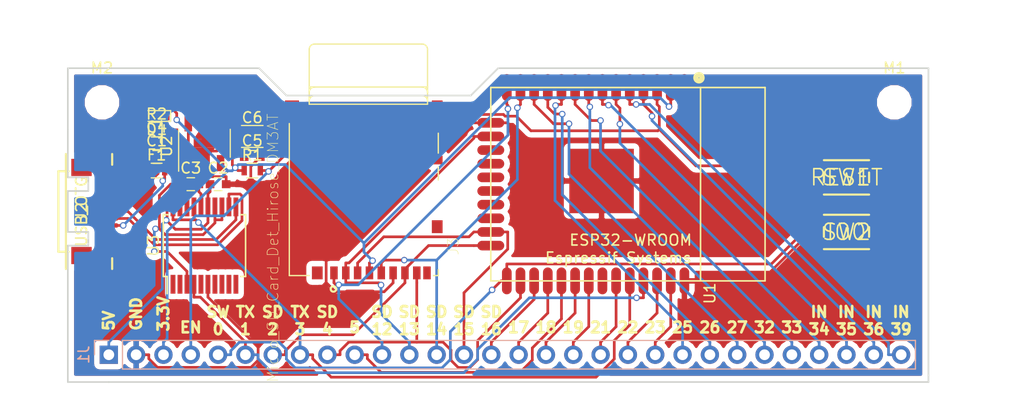
<source format=kicad_pcb>
(kicad_pcb (version 4) (host pcbnew 4.0.7)

  (general
    (links 81)
    (no_connects 0)
    (area 73.584999 143.434999 153.745001 172.795001)
    (thickness 1.6)
    (drawings 50)
    (tracks 461)
    (zones 0)
    (modules 20)
    (nets 56)
  )

  (page A4)
  (layers
    (0 F.Cu signal)
    (31 B.Cu signal)
    (32 B.Adhes user)
    (33 F.Adhes user)
    (34 B.Paste user)
    (35 F.Paste user)
    (36 B.SilkS user)
    (37 F.SilkS user)
    (38 B.Mask user)
    (39 F.Mask user)
    (40 Dwgs.User user)
    (41 Cmts.User user)
    (42 Eco1.User user)
    (43 Eco2.User user)
    (44 Edge.Cuts user)
    (45 Margin user)
    (46 B.CrtYd user)
    (47 F.CrtYd user)
    (48 B.Fab user)
    (49 F.Fab user)
  )

  (setup
    (last_trace_width 0.25)
    (trace_clearance 0.2)
    (zone_clearance 0.508)
    (zone_45_only yes)
    (trace_min 0.2)
    (segment_width 0.2)
    (edge_width 0.15)
    (via_size 0.6)
    (via_drill 0.4)
    (via_min_size 0.4)
    (via_min_drill 0.3)
    (user_via 3.3553 3.2004)
    (uvia_size 0.3)
    (uvia_drill 0.1)
    (uvias_allowed no)
    (uvia_min_size 0.2)
    (uvia_min_drill 0.1)
    (pcb_text_width 0.3)
    (pcb_text_size 1.5 1.5)
    (mod_edge_width 0.15)
    (mod_text_size 1 1)
    (mod_text_width 0.15)
    (pad_size 1.524 1.524)
    (pad_drill 0.762)
    (pad_to_mask_clearance 0.2)
    (aux_axis_origin 0 0)
    (visible_elements FFFFFF7F)
    (pcbplotparams
      (layerselection 0x010f0_80000001)
      (usegerberextensions false)
      (excludeedgelayer true)
      (linewidth 0.100000)
      (plotframeref false)
      (viasonmask false)
      (mode 1)
      (useauxorigin false)
      (hpglpennumber 1)
      (hpglpenspeed 20)
      (hpglpendiameter 15)
      (hpglpenoverlay 2)
      (psnegative false)
      (psa4output false)
      (plotreference true)
      (plotvalue true)
      (plotinvisibletext false)
      (padsonsilk false)
      (subtractmaskfromsilk false)
      (outputformat 1)
      (mirror false)
      (drillshape 0)
      (scaleselection 1)
      (outputdirectory ""))
  )

  (net 0 "")
  (net 1 GND)
  (net 2 +3V3)
  (net 3 +5V)
  (net 4 "Net-(C3-Pad1)")
  (net 5 "Net-(D1-Pad1)")
  (net 6 "Net-(F1-Pad2)")
  (net 7 ENABLE)
  (net 8 IO0)
  (net 9 TXD)
  (net 10 SD_SD0)
  (net 11 RXD)
  (net 12 SD_SD1)
  (net 13 "Net-(J1-Pad10)")
  (net 14 SD_SD2)
  (net 15 SD_SD3)
  (net 16 SD_CLK)
  (net 17 SD_CMD)
  (net 18 SD_DETECT)
  (net 19 "Net-(J1-Pad16)")
  (net 20 "Net-(J1-Pad17)")
  (net 21 "Net-(J1-Pad18)")
  (net 22 "Net-(J1-Pad19)")
  (net 23 "Net-(J1-Pad20)")
  (net 24 "Net-(J1-Pad21)")
  (net 25 "Net-(J1-Pad22)")
  (net 26 "Net-(J1-Pad23)")
  (net 27 "Net-(J1-Pad24)")
  (net 28 "Net-(J1-Pad25)")
  (net 29 "Net-(J1-Pad26)")
  (net 30 "Net-(J1-Pad27)")
  (net 31 "Net-(J1-Pad28)")
  (net 32 "Net-(J1-Pad29)")
  (net 33 "Net-(J1-Pad30)")
  (net 34 "Net-(J2-Pad6)")
  (net 35 USB_D+)
  (net 36 USB_D-)
  (net 37 "Net-(J2-Pad4)")
  (net 38 "Net-(U1-Pad32)")
  (net 39 "Net-(U1-Pad22)")
  (net 40 "Net-(U1-Pad21)")
  (net 41 "Net-(U1-Pad20)")
  (net 42 "Net-(U1-Pad19)")
  (net 43 "Net-(U1-Pad18)")
  (net 44 "Net-(U1-Pad17)")
  (net 45 "Net-(U2-Pad3)")
  (net 46 "Net-(U3-Pad1)")
  (net 47 "Net-(U3-Pad2)")
  (net 48 "Net-(U3-Pad5)")
  (net 49 "Net-(U3-Pad7)")
  (net 50 "Net-(U3-Pad8)")
  (net 51 "Net-(U3-Pad9)")
  (net 52 "Net-(U3-Pad10)")
  (net 53 "Net-(U3-Pad17)")
  (net 54 "Net-(U3-Pad18)")
  (net 55 "Net-(U3-Pad19)")

  (net_class Default "これは標準のネット クラスです。"
    (clearance 0.2)
    (trace_width 0.25)
    (via_dia 0.6)
    (via_drill 0.4)
    (uvia_dia 0.3)
    (uvia_drill 0.1)
    (add_net +3V3)
    (add_net +5V)
    (add_net ENABLE)
    (add_net GND)
    (add_net IO0)
    (add_net "Net-(C3-Pad1)")
    (add_net "Net-(D1-Pad1)")
    (add_net "Net-(F1-Pad2)")
    (add_net "Net-(J1-Pad10)")
    (add_net "Net-(J1-Pad16)")
    (add_net "Net-(J1-Pad17)")
    (add_net "Net-(J1-Pad18)")
    (add_net "Net-(J1-Pad19)")
    (add_net "Net-(J1-Pad20)")
    (add_net "Net-(J1-Pad21)")
    (add_net "Net-(J1-Pad22)")
    (add_net "Net-(J1-Pad23)")
    (add_net "Net-(J1-Pad24)")
    (add_net "Net-(J1-Pad25)")
    (add_net "Net-(J1-Pad26)")
    (add_net "Net-(J1-Pad27)")
    (add_net "Net-(J1-Pad28)")
    (add_net "Net-(J1-Pad29)")
    (add_net "Net-(J1-Pad30)")
    (add_net "Net-(J2-Pad4)")
    (add_net "Net-(J2-Pad6)")
    (add_net "Net-(U1-Pad17)")
    (add_net "Net-(U1-Pad18)")
    (add_net "Net-(U1-Pad19)")
    (add_net "Net-(U1-Pad20)")
    (add_net "Net-(U1-Pad21)")
    (add_net "Net-(U1-Pad22)")
    (add_net "Net-(U1-Pad32)")
    (add_net "Net-(U2-Pad3)")
    (add_net "Net-(U3-Pad1)")
    (add_net "Net-(U3-Pad10)")
    (add_net "Net-(U3-Pad17)")
    (add_net "Net-(U3-Pad18)")
    (add_net "Net-(U3-Pad19)")
    (add_net "Net-(U3-Pad2)")
    (add_net "Net-(U3-Pad5)")
    (add_net "Net-(U3-Pad7)")
    (add_net "Net-(U3-Pad8)")
    (add_net "Net-(U3-Pad9)")
    (add_net RXD)
    (add_net SD_CLK)
    (add_net SD_CMD)
    (add_net SD_DETECT)
    (add_net SD_SD0)
    (add_net SD_SD1)
    (add_net SD_SD2)
    (add_net SD_SD3)
    (add_net TXD)
    (add_net USB_D+)
    (add_net USB_D-)
  )

  (module module:USB-micro-B_Hirose (layer F.Cu) (tedit 55E90A8B) (tstamp 5A064932)
    (at 74.93 156.845 270)
    (path /5A05B4F4)
    (fp_text reference J2 (at 0 0 270) (layer F.SilkS)
      (effects (font (size 1 1) (thickness 0.16)))
    )
    (fp_text value USB_OTG (at 0 0 270) (layer F.SilkS)
      (effects (font (size 1 1) (thickness 0.16)))
    )
    (fp_line (start -7 -2.85) (end -7 2.15) (layer F.CrtYd) (width 0.2))
    (fp_line (start 7 2.15) (end 7 -2.85) (layer F.CrtYd) (width 0.2))
    (fp_line (start -1.8 -4.35) (end -1.3 -3.85) (layer F.CrtYd) (width 0.15))
    (fp_line (start -1.3 -3.85) (end -1.3 -3.35) (layer F.CrtYd) (width 0.15))
    (fp_line (start -5.4 -4.35) (end -1.8 -4.35) (layer F.CrtYd) (width 0.15))
    (fp_line (start 5.4 -4.35) (end 1.7 -4.35) (layer F.CrtYd) (width 0.15))
    (fp_line (start 1.7 -4.35) (end 1.3 -3.95) (layer F.CrtYd) (width 0.15))
    (fp_line (start 1.3 -3.95) (end 1.3 -3.35) (layer F.CrtYd) (width 0.15))
    (fp_line (start 0.3 -3.85) (end 0.3 -5.85) (layer F.CrtYd) (width 0.15))
    (fp_line (start -3.65 -5.55) (end -3.65 -3.85) (layer F.CrtYd) (width 0.15))
    (fp_line (start 4.35 -5.55) (end 4.35 -3.85) (layer F.CrtYd) (width 0.15))
    (fp_line (start 4.35 -5.55) (end -3.65 -5.55) (layer F.CrtYd) (width 0.15))
    (fp_line (start -3.8 -2.1) (end 3.75 1.45) (layer F.CrtYd) (width 0.15))
    (fp_line (start -3.75 1.4) (end 3.75 -2.1) (layer F.CrtYd) (width 0.15))
    (fp_line (start -3.8 1.45) (end -3.8 -2.1) (layer F.CrtYd) (width 0.15))
    (fp_line (start -3.8 -2.1) (end 3.75 -2.1) (layer F.CrtYd) (width 0.15))
    (fp_line (start 3.75 -2.1) (end 3.75 1.45) (layer F.CrtYd) (width 0.15))
    (fp_line (start -4.35 -2.85) (end -5.35 -2.85) (layer F.SilkS) (width 0.2))
    (fp_line (start 4.35 -2.85) (end 5.35 -2.85) (layer F.SilkS) (width 0.2))
    (fp_line (start -5.4 1.45) (end 5.4 1.45) (layer F.CrtYd) (width 0.15))
    (fp_line (start 5.4 1.45) (end 5.4 -3.85) (layer F.CrtYd) (width 0.15))
    (fp_line (start 5.4 -3.85) (end -5.4 -3.85) (layer F.CrtYd) (width 0.15))
    (fp_line (start -5.4 -3.85) (end -5.4 1.45) (layer F.CrtYd) (width 0.15))
    (fp_line (start 3.75 2.15) (end 3.75 1.2) (layer F.SilkS) (width 0.2))
    (fp_line (start -3.75 2.15) (end -3.75 1.2) (layer F.SilkS) (width 0.2))
    (fp_line (start -3.75 2.15) (end 3.75 2.15) (layer F.SilkS) (width 0.2))
    (fp_line (start -5.35 1.45) (end 5.35 1.45) (layer F.SilkS) (width 0.2))
    (pad 7 smd rect (at -4.1 0 270) (size 1.6 1.9) (layers F.Cu F.Paste F.Mask))
    (pad 8 smd rect (at 4.1 0 270) (size 1.6 1.9) (layers F.Cu F.Paste F.Mask))
    (pad 6 smd rect (at -3.1 -2.35 270) (size 2.1 2) (layers F.Cu F.Paste F.Mask)
      (net 34 "Net-(J2-Pad6)"))
    (pad 9 smd rect (at 3.1 -2.35 270) (size 2.1 2) (layers F.Cu F.Paste F.Mask))
    (pad 3 smd rect (at 0 -2.68 270) (size 0.4 1.35) (layers F.Cu F.Paste F.Mask)
      (net 35 USB_D+))
    (pad 2 smd rect (at 0.65 -2.68 270) (size 0.4 1.35) (layers F.Cu F.Paste F.Mask)
      (net 36 USB_D-))
    (pad 1 smd rect (at 1.3 -2.68 270) (size 0.4 1.35) (layers F.Cu F.Paste F.Mask)
      (net 6 "Net-(F1-Pad2)"))
    (pad 4 smd rect (at -0.65 -2.68 270) (size 0.4 1.35) (layers F.Cu F.Paste F.Mask)
      (net 37 "Net-(J2-Pad4)"))
    (pad 5 smd rect (at -1.3 -2.68 270) (size 0.4 1.35) (layers F.Cu F.Paste F.Mask)
      (net 1 GND))
  )

  (module Capacitors_SMD:C_0603 (layer F.Cu) (tedit 59958EE7) (tstamp 5A06485D)
    (at 81.915 151.765)
    (descr "Capacitor SMD 0603, reflow soldering, AVX (see smccp.pdf)")
    (tags "capacitor 0603")
    (path /5A063893)
    (attr smd)
    (fp_text reference C1 (at 0 -1.5) (layer F.SilkS)
      (effects (font (size 1 1) (thickness 0.15)))
    )
    (fp_text value 0.1uF (at 0 1.5) (layer F.Fab)
      (effects (font (size 1 1) (thickness 0.15)))
    )
    (fp_line (start 1.4 0.65) (end -1.4 0.65) (layer F.CrtYd) (width 0.05))
    (fp_line (start 1.4 0.65) (end 1.4 -0.65) (layer F.CrtYd) (width 0.05))
    (fp_line (start -1.4 -0.65) (end -1.4 0.65) (layer F.CrtYd) (width 0.05))
    (fp_line (start -1.4 -0.65) (end 1.4 -0.65) (layer F.CrtYd) (width 0.05))
    (fp_line (start 0.35 0.6) (end -0.35 0.6) (layer F.SilkS) (width 0.12))
    (fp_line (start -0.35 -0.6) (end 0.35 -0.6) (layer F.SilkS) (width 0.12))
    (fp_line (start -0.8 -0.4) (end 0.8 -0.4) (layer F.Fab) (width 0.1))
    (fp_line (start 0.8 -0.4) (end 0.8 0.4) (layer F.Fab) (width 0.1))
    (fp_line (start 0.8 0.4) (end -0.8 0.4) (layer F.Fab) (width 0.1))
    (fp_line (start -0.8 0.4) (end -0.8 -0.4) (layer F.Fab) (width 0.1))
    (fp_text user %R (at 0 0) (layer F.Fab)
      (effects (font (size 0.3 0.3) (thickness 0.075)))
    )
    (pad 2 smd rect (at 0.75 0) (size 0.8 0.75) (layers F.Cu F.Paste F.Mask)
      (net 1 GND))
    (pad 1 smd rect (at -0.75 0) (size 0.8 0.75) (layers F.Cu F.Paste F.Mask)
      (net 2 +3V3))
    (model Capacitors_SMD.3dshapes/C_0603.wrl
      (at (xyz 0 0 0))
      (scale (xyz 1 1 1))
      (rotate (xyz 0 0 0))
    )
  )

  (module Capacitors_SMD:C_0603 (layer F.Cu) (tedit 59958EE7) (tstamp 5A06486E)
    (at 87.63 154.305)
    (descr "Capacitor SMD 0603, reflow soldering, AVX (see smccp.pdf)")
    (tags "capacitor 0603")
    (path /5A05B8AF)
    (attr smd)
    (fp_text reference C2 (at 0 -1.5) (layer F.SilkS)
      (effects (font (size 1 1) (thickness 0.15)))
    )
    (fp_text value 0.1uF (at 0 1.5) (layer F.Fab)
      (effects (font (size 1 1) (thickness 0.15)))
    )
    (fp_line (start 1.4 0.65) (end -1.4 0.65) (layer F.CrtYd) (width 0.05))
    (fp_line (start 1.4 0.65) (end 1.4 -0.65) (layer F.CrtYd) (width 0.05))
    (fp_line (start -1.4 -0.65) (end -1.4 0.65) (layer F.CrtYd) (width 0.05))
    (fp_line (start -1.4 -0.65) (end 1.4 -0.65) (layer F.CrtYd) (width 0.05))
    (fp_line (start 0.35 0.6) (end -0.35 0.6) (layer F.SilkS) (width 0.12))
    (fp_line (start -0.35 -0.6) (end 0.35 -0.6) (layer F.SilkS) (width 0.12))
    (fp_line (start -0.8 -0.4) (end 0.8 -0.4) (layer F.Fab) (width 0.1))
    (fp_line (start 0.8 -0.4) (end 0.8 0.4) (layer F.Fab) (width 0.1))
    (fp_line (start 0.8 0.4) (end -0.8 0.4) (layer F.Fab) (width 0.1))
    (fp_line (start -0.8 0.4) (end -0.8 -0.4) (layer F.Fab) (width 0.1))
    (fp_text user %R (at 0 0) (layer F.Fab)
      (effects (font (size 0.3 0.3) (thickness 0.075)))
    )
    (pad 2 smd rect (at 0.75 0) (size 0.8 0.75) (layers F.Cu F.Paste F.Mask)
      (net 1 GND))
    (pad 1 smd rect (at -0.75 0) (size 0.8 0.75) (layers F.Cu F.Paste F.Mask)
      (net 3 +5V))
    (model Capacitors_SMD.3dshapes/C_0603.wrl
      (at (xyz 0 0 0))
      (scale (xyz 1 1 1))
      (rotate (xyz 0 0 0))
    )
  )

  (module Capacitors_SMD:C_0603 (layer F.Cu) (tedit 59958EE7) (tstamp 5A06487F)
    (at 85.09 154.305)
    (descr "Capacitor SMD 0603, reflow soldering, AVX (see smccp.pdf)")
    (tags "capacitor 0603")
    (path /5A064713)
    (attr smd)
    (fp_text reference C3 (at 0 -1.5) (layer F.SilkS)
      (effects (font (size 1 1) (thickness 0.15)))
    )
    (fp_text value 0.1uF (at 0 1.5) (layer F.Fab)
      (effects (font (size 1 1) (thickness 0.15)))
    )
    (fp_line (start 1.4 0.65) (end -1.4 0.65) (layer F.CrtYd) (width 0.05))
    (fp_line (start 1.4 0.65) (end 1.4 -0.65) (layer F.CrtYd) (width 0.05))
    (fp_line (start -1.4 -0.65) (end -1.4 0.65) (layer F.CrtYd) (width 0.05))
    (fp_line (start -1.4 -0.65) (end 1.4 -0.65) (layer F.CrtYd) (width 0.05))
    (fp_line (start 0.35 0.6) (end -0.35 0.6) (layer F.SilkS) (width 0.12))
    (fp_line (start -0.35 -0.6) (end 0.35 -0.6) (layer F.SilkS) (width 0.12))
    (fp_line (start -0.8 -0.4) (end 0.8 -0.4) (layer F.Fab) (width 0.1))
    (fp_line (start 0.8 -0.4) (end 0.8 0.4) (layer F.Fab) (width 0.1))
    (fp_line (start 0.8 0.4) (end -0.8 0.4) (layer F.Fab) (width 0.1))
    (fp_line (start -0.8 0.4) (end -0.8 -0.4) (layer F.Fab) (width 0.1))
    (fp_text user %R (at 0 0) (layer F.Fab)
      (effects (font (size 0.3 0.3) (thickness 0.075)))
    )
    (pad 2 smd rect (at 0.75 0) (size 0.8 0.75) (layers F.Cu F.Paste F.Mask)
      (net 1 GND))
    (pad 1 smd rect (at -0.75 0) (size 0.8 0.75) (layers F.Cu F.Paste F.Mask)
      (net 4 "Net-(C3-Pad1)"))
    (model Capacitors_SMD.3dshapes/C_0603.wrl
      (at (xyz 0 0 0))
      (scale (xyz 1 1 1))
      (rotate (xyz 0 0 0))
    )
  )

  (module Capacitors_SMD:C_0603 (layer F.Cu) (tedit 59958EE7) (tstamp 5A064890)
    (at 81.915 150.495)
    (descr "Capacitor SMD 0603, reflow soldering, AVX (see smccp.pdf)")
    (tags "capacitor 0603")
    (path /5A05B9A2)
    (attr smd)
    (fp_text reference C4 (at 0 -1.5) (layer F.SilkS)
      (effects (font (size 1 1) (thickness 0.15)))
    )
    (fp_text value 0.1uF (at 0 1.5) (layer F.Fab)
      (effects (font (size 1 1) (thickness 0.15)))
    )
    (fp_line (start 1.4 0.65) (end -1.4 0.65) (layer F.CrtYd) (width 0.05))
    (fp_line (start 1.4 0.65) (end 1.4 -0.65) (layer F.CrtYd) (width 0.05))
    (fp_line (start -1.4 -0.65) (end -1.4 0.65) (layer F.CrtYd) (width 0.05))
    (fp_line (start -1.4 -0.65) (end 1.4 -0.65) (layer F.CrtYd) (width 0.05))
    (fp_line (start 0.35 0.6) (end -0.35 0.6) (layer F.SilkS) (width 0.12))
    (fp_line (start -0.35 -0.6) (end 0.35 -0.6) (layer F.SilkS) (width 0.12))
    (fp_line (start -0.8 -0.4) (end 0.8 -0.4) (layer F.Fab) (width 0.1))
    (fp_line (start 0.8 -0.4) (end 0.8 0.4) (layer F.Fab) (width 0.1))
    (fp_line (start 0.8 0.4) (end -0.8 0.4) (layer F.Fab) (width 0.1))
    (fp_line (start -0.8 0.4) (end -0.8 -0.4) (layer F.Fab) (width 0.1))
    (fp_text user %R (at 0 0) (layer F.Fab)
      (effects (font (size 0.3 0.3) (thickness 0.075)))
    )
    (pad 2 smd rect (at 0.75 0) (size 0.8 0.75) (layers F.Cu F.Paste F.Mask)
      (net 1 GND))
    (pad 1 smd rect (at -0.75 0) (size 0.8 0.75) (layers F.Cu F.Paste F.Mask)
      (net 2 +3V3))
    (model Capacitors_SMD.3dshapes/C_0603.wrl
      (at (xyz 0 0 0))
      (scale (xyz 1 1 1))
      (rotate (xyz 0 0 0))
    )
  )

  (module Capacitors_SMD:C_0603 (layer F.Cu) (tedit 59958EE7) (tstamp 5A0648A1)
    (at 90.805 151.765)
    (descr "Capacitor SMD 0603, reflow soldering, AVX (see smccp.pdf)")
    (tags "capacitor 0603")
    (path /5A064358)
    (attr smd)
    (fp_text reference C5 (at 0 -1.5) (layer F.SilkS)
      (effects (font (size 1 1) (thickness 0.15)))
    )
    (fp_text value 0.1uF (at 0 1.5) (layer F.Fab)
      (effects (font (size 1 1) (thickness 0.15)))
    )
    (fp_line (start 1.4 0.65) (end -1.4 0.65) (layer F.CrtYd) (width 0.05))
    (fp_line (start 1.4 0.65) (end 1.4 -0.65) (layer F.CrtYd) (width 0.05))
    (fp_line (start -1.4 -0.65) (end -1.4 0.65) (layer F.CrtYd) (width 0.05))
    (fp_line (start -1.4 -0.65) (end 1.4 -0.65) (layer F.CrtYd) (width 0.05))
    (fp_line (start 0.35 0.6) (end -0.35 0.6) (layer F.SilkS) (width 0.12))
    (fp_line (start -0.35 -0.6) (end 0.35 -0.6) (layer F.SilkS) (width 0.12))
    (fp_line (start -0.8 -0.4) (end 0.8 -0.4) (layer F.Fab) (width 0.1))
    (fp_line (start 0.8 -0.4) (end 0.8 0.4) (layer F.Fab) (width 0.1))
    (fp_line (start 0.8 0.4) (end -0.8 0.4) (layer F.Fab) (width 0.1))
    (fp_line (start -0.8 0.4) (end -0.8 -0.4) (layer F.Fab) (width 0.1))
    (fp_text user %R (at 0 0) (layer F.Fab)
      (effects (font (size 0.3 0.3) (thickness 0.075)))
    )
    (pad 2 smd rect (at 0.75 0) (size 0.8 0.75) (layers F.Cu F.Paste F.Mask)
      (net 1 GND))
    (pad 1 smd rect (at -0.75 0) (size 0.8 0.75) (layers F.Cu F.Paste F.Mask)
      (net 3 +5V))
    (model Capacitors_SMD.3dshapes/C_0603.wrl
      (at (xyz 0 0 0))
      (scale (xyz 1 1 1))
      (rotate (xyz 0 0 0))
    )
  )

  (module Capacitors_SMD:C_1206 (layer F.Cu) (tedit 58AA84B8) (tstamp 5A0648B2)
    (at 90.805 149.86)
    (descr "Capacitor SMD 1206, reflow soldering, AVX (see smccp.pdf)")
    (tags "capacitor 1206")
    (path /5A05BB3E)
    (attr smd)
    (fp_text reference C6 (at 0 -1.75) (layer F.SilkS)
      (effects (font (size 1 1) (thickness 0.15)))
    )
    (fp_text value 47uF (at 0 2) (layer F.Fab)
      (effects (font (size 1 1) (thickness 0.15)))
    )
    (fp_text user %R (at 0 -1.75) (layer F.Fab)
      (effects (font (size 1 1) (thickness 0.15)))
    )
    (fp_line (start -1.6 0.8) (end -1.6 -0.8) (layer F.Fab) (width 0.1))
    (fp_line (start 1.6 0.8) (end -1.6 0.8) (layer F.Fab) (width 0.1))
    (fp_line (start 1.6 -0.8) (end 1.6 0.8) (layer F.Fab) (width 0.1))
    (fp_line (start -1.6 -0.8) (end 1.6 -0.8) (layer F.Fab) (width 0.1))
    (fp_line (start 1 -1.02) (end -1 -1.02) (layer F.SilkS) (width 0.12))
    (fp_line (start -1 1.02) (end 1 1.02) (layer F.SilkS) (width 0.12))
    (fp_line (start -2.25 -1.05) (end 2.25 -1.05) (layer F.CrtYd) (width 0.05))
    (fp_line (start -2.25 -1.05) (end -2.25 1.05) (layer F.CrtYd) (width 0.05))
    (fp_line (start 2.25 1.05) (end 2.25 -1.05) (layer F.CrtYd) (width 0.05))
    (fp_line (start 2.25 1.05) (end -2.25 1.05) (layer F.CrtYd) (width 0.05))
    (pad 1 smd rect (at -1.5 0) (size 1 1.6) (layers F.Cu F.Paste F.Mask)
      (net 2 +3V3))
    (pad 2 smd rect (at 1.5 0) (size 1 1.6) (layers F.Cu F.Paste F.Mask)
      (net 1 GND))
    (model Capacitors_SMD.3dshapes/C_1206.wrl
      (at (xyz 0 0 0))
      (scale (xyz 1 1 1))
      (rotate (xyz 0 0 0))
    )
  )

  (module LEDs:LED_0603 (layer F.Cu) (tedit 57FE93A5) (tstamp 5A0648C7)
    (at 81.915 147.955 180)
    (descr "LED 0603 smd package")
    (tags "LED led 0603 SMD smd SMT smt smdled SMDLED smtled SMTLED")
    (path /5A062EE3)
    (attr smd)
    (fp_text reference D1 (at 0 -1.25 180) (layer F.SilkS)
      (effects (font (size 1 1) (thickness 0.15)))
    )
    (fp_text value Power (at 0 1.35 180) (layer F.Fab)
      (effects (font (size 1 1) (thickness 0.15)))
    )
    (fp_line (start -1.3 -0.5) (end -1.3 0.5) (layer F.SilkS) (width 0.12))
    (fp_line (start -0.2 -0.2) (end -0.2 0.2) (layer F.Fab) (width 0.1))
    (fp_line (start -0.15 0) (end 0.15 -0.2) (layer F.Fab) (width 0.1))
    (fp_line (start 0.15 0.2) (end -0.15 0) (layer F.Fab) (width 0.1))
    (fp_line (start 0.15 -0.2) (end 0.15 0.2) (layer F.Fab) (width 0.1))
    (fp_line (start 0.8 0.4) (end -0.8 0.4) (layer F.Fab) (width 0.1))
    (fp_line (start 0.8 -0.4) (end 0.8 0.4) (layer F.Fab) (width 0.1))
    (fp_line (start -0.8 -0.4) (end 0.8 -0.4) (layer F.Fab) (width 0.1))
    (fp_line (start -0.8 0.4) (end -0.8 -0.4) (layer F.Fab) (width 0.1))
    (fp_line (start -1.3 0.5) (end 0.8 0.5) (layer F.SilkS) (width 0.12))
    (fp_line (start -1.3 -0.5) (end 0.8 -0.5) (layer F.SilkS) (width 0.12))
    (fp_line (start 1.45 -0.65) (end 1.45 0.65) (layer F.CrtYd) (width 0.05))
    (fp_line (start 1.45 0.65) (end -1.45 0.65) (layer F.CrtYd) (width 0.05))
    (fp_line (start -1.45 0.65) (end -1.45 -0.65) (layer F.CrtYd) (width 0.05))
    (fp_line (start -1.45 -0.65) (end 1.45 -0.65) (layer F.CrtYd) (width 0.05))
    (pad 2 smd rect (at 0.8 0) (size 0.8 0.8) (layers F.Cu F.Paste F.Mask)
      (net 2 +3V3))
    (pad 1 smd rect (at -0.8 0) (size 0.8 0.8) (layers F.Cu F.Paste F.Mask)
      (net 5 "Net-(D1-Pad1)"))
    (model ${KISYS3DMOD}/LEDs.3dshapes/LED_0603.wrl
      (at (xyz 0 0 0))
      (scale (xyz 1 1 1))
      (rotate (xyz 0 0 180))
    )
  )

  (module Resistors_SMD:R_0603 (layer F.Cu) (tedit 58E0A804) (tstamp 5A0648D8)
    (at 81.915 153.035)
    (descr "Resistor SMD 0603, reflow soldering, Vishay (see dcrcw.pdf)")
    (tags "resistor 0603")
    (path /5A05B659)
    (attr smd)
    (fp_text reference F1 (at 0 -1.45) (layer F.SilkS)
      (effects (font (size 1 1) (thickness 0.15)))
    )
    (fp_text value Polyfuse_Small (at 0 1.5) (layer F.Fab)
      (effects (font (size 1 1) (thickness 0.15)))
    )
    (fp_text user %R (at 0 0) (layer F.Fab)
      (effects (font (size 0.4 0.4) (thickness 0.075)))
    )
    (fp_line (start -0.8 0.4) (end -0.8 -0.4) (layer F.Fab) (width 0.1))
    (fp_line (start 0.8 0.4) (end -0.8 0.4) (layer F.Fab) (width 0.1))
    (fp_line (start 0.8 -0.4) (end 0.8 0.4) (layer F.Fab) (width 0.1))
    (fp_line (start -0.8 -0.4) (end 0.8 -0.4) (layer F.Fab) (width 0.1))
    (fp_line (start 0.5 0.68) (end -0.5 0.68) (layer F.SilkS) (width 0.12))
    (fp_line (start -0.5 -0.68) (end 0.5 -0.68) (layer F.SilkS) (width 0.12))
    (fp_line (start -1.25 -0.7) (end 1.25 -0.7) (layer F.CrtYd) (width 0.05))
    (fp_line (start -1.25 -0.7) (end -1.25 0.7) (layer F.CrtYd) (width 0.05))
    (fp_line (start 1.25 0.7) (end 1.25 -0.7) (layer F.CrtYd) (width 0.05))
    (fp_line (start 1.25 0.7) (end -1.25 0.7) (layer F.CrtYd) (width 0.05))
    (pad 1 smd rect (at -0.75 0) (size 0.5 0.9) (layers F.Cu F.Paste F.Mask)
      (net 3 +5V))
    (pad 2 smd rect (at 0.75 0) (size 0.5 0.9) (layers F.Cu F.Paste F.Mask)
      (net 6 "Net-(F1-Pad2)"))
    (model ${KISYS3DMOD}/Resistors_SMD.3dshapes/R_0603.wrl
      (at (xyz 0 0 0))
      (scale (xyz 1 1 1))
      (rotate (xyz 0 0 0))
    )
  )

  (module Pin_Headers:Pin_Header_Straight_1x30_Pitch2.54mm (layer B.Cu) (tedit 59650532) (tstamp 5A06490A)
    (at 77.47 170.18 270)
    (descr "Through hole straight pin header, 1x30, 2.54mm pitch, single row")
    (tags "Through hole pin header THT 1x30 2.54mm single row")
    (path /5A0655BB)
    (fp_text reference J1 (at 0 2.33 270) (layer B.SilkS)
      (effects (font (size 1 1) (thickness 0.15)) (justify mirror))
    )
    (fp_text value Conn_01x30 (at 0 -75.99 270) (layer B.Fab)
      (effects (font (size 1 1) (thickness 0.15)) (justify mirror))
    )
    (fp_line (start -0.635 1.27) (end 1.27 1.27) (layer B.Fab) (width 0.1))
    (fp_line (start 1.27 1.27) (end 1.27 -74.93) (layer B.Fab) (width 0.1))
    (fp_line (start 1.27 -74.93) (end -1.27 -74.93) (layer B.Fab) (width 0.1))
    (fp_line (start -1.27 -74.93) (end -1.27 0.635) (layer B.Fab) (width 0.1))
    (fp_line (start -1.27 0.635) (end -0.635 1.27) (layer B.Fab) (width 0.1))
    (fp_line (start -1.33 -74.99) (end 1.33 -74.99) (layer B.SilkS) (width 0.12))
    (fp_line (start -1.33 -1.27) (end -1.33 -74.99) (layer B.SilkS) (width 0.12))
    (fp_line (start 1.33 -1.27) (end 1.33 -74.99) (layer B.SilkS) (width 0.12))
    (fp_line (start -1.33 -1.27) (end 1.33 -1.27) (layer B.SilkS) (width 0.12))
    (fp_line (start -1.33 0) (end -1.33 1.33) (layer B.SilkS) (width 0.12))
    (fp_line (start -1.33 1.33) (end 0 1.33) (layer B.SilkS) (width 0.12))
    (fp_line (start -1.8 1.8) (end -1.8 -75.45) (layer B.CrtYd) (width 0.05))
    (fp_line (start -1.8 -75.45) (end 1.8 -75.45) (layer B.CrtYd) (width 0.05))
    (fp_line (start 1.8 -75.45) (end 1.8 1.8) (layer B.CrtYd) (width 0.05))
    (fp_line (start 1.8 1.8) (end -1.8 1.8) (layer B.CrtYd) (width 0.05))
    (fp_text user %R (at 0 -36.83 540) (layer B.Fab)
      (effects (font (size 1 1) (thickness 0.15)) (justify mirror))
    )
    (pad 1 thru_hole rect (at 0 0 270) (size 1.7 1.7) (drill 1) (layers *.Cu *.Mask)
      (net 3 +5V))
    (pad 2 thru_hole oval (at 0 -2.54 270) (size 1.7 1.7) (drill 1) (layers *.Cu *.Mask)
      (net 1 GND))
    (pad 3 thru_hole oval (at 0 -5.08 270) (size 1.7 1.7) (drill 1) (layers *.Cu *.Mask)
      (net 2 +3V3))
    (pad 4 thru_hole oval (at 0 -7.62 270) (size 1.7 1.7) (drill 1) (layers *.Cu *.Mask)
      (net 7 ENABLE))
    (pad 5 thru_hole oval (at 0 -10.16 270) (size 1.7 1.7) (drill 1) (layers *.Cu *.Mask)
      (net 8 IO0))
    (pad 6 thru_hole oval (at 0 -12.7 270) (size 1.7 1.7) (drill 1) (layers *.Cu *.Mask)
      (net 9 TXD))
    (pad 7 thru_hole oval (at 0 -15.24 270) (size 1.7 1.7) (drill 1) (layers *.Cu *.Mask)
      (net 10 SD_SD0))
    (pad 8 thru_hole oval (at 0 -17.78 270) (size 1.7 1.7) (drill 1) (layers *.Cu *.Mask)
      (net 11 RXD))
    (pad 9 thru_hole oval (at 0 -20.32 270) (size 1.7 1.7) (drill 1) (layers *.Cu *.Mask)
      (net 12 SD_SD1))
    (pad 10 thru_hole oval (at 0 -22.86 270) (size 1.7 1.7) (drill 1) (layers *.Cu *.Mask)
      (net 13 "Net-(J1-Pad10)"))
    (pad 11 thru_hole oval (at 0 -25.4 270) (size 1.7 1.7) (drill 1) (layers *.Cu *.Mask)
      (net 14 SD_SD2))
    (pad 12 thru_hole oval (at 0 -27.94 270) (size 1.7 1.7) (drill 1) (layers *.Cu *.Mask)
      (net 15 SD_SD3))
    (pad 13 thru_hole oval (at 0 -30.48 270) (size 1.7 1.7) (drill 1) (layers *.Cu *.Mask)
      (net 16 SD_CLK))
    (pad 14 thru_hole oval (at 0 -33.02 270) (size 1.7 1.7) (drill 1) (layers *.Cu *.Mask)
      (net 17 SD_CMD))
    (pad 15 thru_hole oval (at 0 -35.56 270) (size 1.7 1.7) (drill 1) (layers *.Cu *.Mask)
      (net 18 SD_DETECT))
    (pad 16 thru_hole oval (at 0 -38.1 270) (size 1.7 1.7) (drill 1) (layers *.Cu *.Mask)
      (net 19 "Net-(J1-Pad16)"))
    (pad 17 thru_hole oval (at 0 -40.64 270) (size 1.7 1.7) (drill 1) (layers *.Cu *.Mask)
      (net 20 "Net-(J1-Pad17)"))
    (pad 18 thru_hole oval (at 0 -43.18 270) (size 1.7 1.7) (drill 1) (layers *.Cu *.Mask)
      (net 21 "Net-(J1-Pad18)"))
    (pad 19 thru_hole oval (at 0 -45.72 270) (size 1.7 1.7) (drill 1) (layers *.Cu *.Mask)
      (net 22 "Net-(J1-Pad19)"))
    (pad 20 thru_hole oval (at 0 -48.26 270) (size 1.7 1.7) (drill 1) (layers *.Cu *.Mask)
      (net 23 "Net-(J1-Pad20)"))
    (pad 21 thru_hole oval (at 0 -50.8 270) (size 1.7 1.7) (drill 1) (layers *.Cu *.Mask)
      (net 24 "Net-(J1-Pad21)"))
    (pad 22 thru_hole oval (at 0 -53.34 270) (size 1.7 1.7) (drill 1) (layers *.Cu *.Mask)
      (net 25 "Net-(J1-Pad22)"))
    (pad 23 thru_hole oval (at 0 -55.88 270) (size 1.7 1.7) (drill 1) (layers *.Cu *.Mask)
      (net 26 "Net-(J1-Pad23)"))
    (pad 24 thru_hole oval (at 0 -58.42 270) (size 1.7 1.7) (drill 1) (layers *.Cu *.Mask)
      (net 27 "Net-(J1-Pad24)"))
    (pad 25 thru_hole oval (at 0 -60.96 270) (size 1.7 1.7) (drill 1) (layers *.Cu *.Mask)
      (net 28 "Net-(J1-Pad25)"))
    (pad 26 thru_hole oval (at 0 -63.5 270) (size 1.7 1.7) (drill 1) (layers *.Cu *.Mask)
      (net 29 "Net-(J1-Pad26)"))
    (pad 27 thru_hole oval (at 0 -66.04 270) (size 1.7 1.7) (drill 1) (layers *.Cu *.Mask)
      (net 30 "Net-(J1-Pad27)"))
    (pad 28 thru_hole oval (at 0 -68.58 270) (size 1.7 1.7) (drill 1) (layers *.Cu *.Mask)
      (net 31 "Net-(J1-Pad28)"))
    (pad 29 thru_hole oval (at 0 -71.12 270) (size 1.7 1.7) (drill 1) (layers *.Cu *.Mask)
      (net 32 "Net-(J1-Pad29)"))
    (pad 30 thru_hole oval (at 0 -73.66 270) (size 1.7 1.7) (drill 1) (layers *.Cu *.Mask)
      (net 33 "Net-(J1-Pad30)"))
    (model ${KISYS3DMOD}/Pin_Headers.3dshapes/Pin_Header_Straight_1x30_Pitch2.54mm.wrl
      (at (xyz 0 0 0))
      (scale (xyz 1 1 1))
      (rotate (xyz 0 0 0))
    )
  )

  (module DM3AT-SF-PEJM5:HRS_DM3AT-SF-PEJM5 (layer F.Cu) (tedit 0) (tstamp 5A064974)
    (at 101.6 162.56 180)
    (descr "Micro SD card holder with push-to-eject feature.")
    (path /5A063259)
    (attr smd)
    (fp_text reference J3 (at -7.88723 2.4607 270) (layer F.SilkS)
      (effects (font (size 1.00028 1.00028) (thickness 0.05)))
    )
    (fp_text value Micro_SD_Card_Det_Hirose_DM3AT (at 8.87371 2.32728 270) (layer F.SilkS)
      (effects (font (size 1.00098 1.00098) (thickness 0.05)))
    )
    (fp_poly (pts (xy -6.81219 0.45) (xy -6.05 0.45) (xy -6.05 3.70663) (xy -6.81219 3.70663)) (layer Dwgs.User) (width 0.381))
    (fp_poly (pts (xy -6.80554 4.9) (xy -6.05 4.9) (xy -6.05 8.50692) (xy -6.80554 8.50692)) (layer Dwgs.User) (width 0.381))
    (fp_poly (pts (xy -5.70832 6.3) (xy -5 6.3) (xy -5 13.9203) (xy -5.70832 13.9203)) (layer Dwgs.User) (width 0.381))
    (fp_poly (pts (xy -5.00357 5) (xy 3.7 5) (xy 3.7 6.60471) (xy -5.00357 6.60471)) (layer Dwgs.User) (width 0.381))
    (fp_poly (pts (xy 3.35572 14.7) (xy 5.9 14.7) (xy 5.9 16.0774) (xy 3.35572 16.0774)) (layer Dwgs.User) (width 0.381))
    (fp_line (start -6.5 -0.25) (end 7.35 -0.25) (layer Dwgs.User) (width 0.127))
    (fp_line (start 7.35 -0.25) (end 7.35 15.7) (layer Dwgs.User) (width 0.127))
    (fp_line (start 7.35 15.7) (end -6.5 15.7) (layer Dwgs.User) (width 0.127))
    (fp_line (start -6.5 15.7) (end -6.5 -0.25) (layer Dwgs.User) (width 0.127))
    (fp_line (start 5.5 16) (end 5.5 16.5) (layer F.SilkS) (width 0.127))
    (fp_line (start 5.5 16.5) (end 5 16.5) (layer F.SilkS) (width 0.127))
    (fp_line (start 5 16.5) (end -5 16.5) (layer F.SilkS) (width 0.127))
    (fp_line (start -5 16.5) (end -5.5 16.5) (layer F.SilkS) (width 0.127))
    (fp_line (start -5.5 16.5) (end -5.5 16) (layer F.SilkS) (width 0.127))
    (fp_line (start 5.5 16.8) (end 5.5 17.3) (layer F.SilkS) (width 0.127))
    (fp_line (start 5.5 17.3) (end 5 17.3) (layer F.SilkS) (width 0.127))
    (fp_line (start 5 17.3) (end -5 17.3) (layer F.SilkS) (width 0.127))
    (fp_line (start -5 17.3) (end -5.5 17.3) (layer F.SilkS) (width 0.127))
    (fp_line (start -5.5 17.3) (end -5.5 16.8) (layer F.SilkS) (width 0.127))
    (fp_line (start -5.5 15.7) (end 5.5 15.7) (layer F.SilkS) (width 0.127))
    (fp_line (start 5 21.3) (end -5 21.3) (layer F.SilkS) (width 0.127))
    (fp_line (start 5.5 15.7) (end 5.5 16) (layer F.SilkS) (width 0.127))
    (fp_arc (start 5 16) (end 5 16.5) (angle -90) (layer F.SilkS) (width 0.127))
    (fp_line (start 5.5 16.5) (end 5.5 16.8) (layer F.SilkS) (width 0.127))
    (fp_arc (start 5 16.8) (end 5 17.3) (angle -90) (layer F.SilkS) (width 0.127))
    (fp_line (start 5.5 17.3) (end 5.5 20.8) (layer F.SilkS) (width 0.127))
    (fp_arc (start 5 20.8) (end 5 21.3) (angle -90) (layer F.SilkS) (width 0.127))
    (fp_line (start -5.5 15.7) (end -5.5 16) (layer F.SilkS) (width 0.127))
    (fp_arc (start -5 16) (end -5 16.5) (angle 90) (layer F.SilkS) (width 0.127))
    (fp_line (start -5.5 16.5) (end -5.5 16.8) (layer F.SilkS) (width 0.127))
    (fp_arc (start -5 16.8) (end -5 17.3) (angle 90) (layer F.SilkS) (width 0.127))
    (fp_line (start -5.5 17.3) (end -5.5 20.8) (layer F.SilkS) (width 0.127))
    (fp_arc (start -5 20.8) (end -5 21.3) (angle 90) (layer F.SilkS) (width 0.127))
    (fp_line (start -6.05 -0.25) (end -6.5 -0.25) (layer F.SilkS) (width 0.127))
    (fp_line (start -6.5 -0.25) (end -6.5 0.3) (layer F.SilkS) (width 0.127))
    (fp_line (start 5.5 -0.25) (end 7.35 -0.25) (layer F.SilkS) (width 0.127))
    (fp_line (start 7.35 -0.25) (end 7.35 13.9) (layer F.SilkS) (width 0.127))
    (fp_line (start -6.5 8.65) (end -6.5 9.85) (layer F.SilkS) (width 0.127))
    (fp_line (start -6.5 11.15) (end -6.5 13) (layer F.SilkS) (width 0.127))
    (fp_line (start -7.25 -1) (end 8.125 -1) (layer Dwgs.User) (width 0.05))
    (fp_line (start 8.125 -1) (end 8.125 16.3) (layer Dwgs.User) (width 0.05))
    (fp_line (start 8.125 16.3) (end 5.75 16.3) (layer Dwgs.User) (width 0.05))
    (fp_line (start 5.75 16.3) (end 5.75 21.5) (layer Dwgs.User) (width 0.05))
    (fp_line (start 5.75 21.5) (end -5.75 21.5) (layer Dwgs.User) (width 0.05))
    (fp_line (start -5.75 21.5) (end -5.75 16.3) (layer Dwgs.User) (width 0.05))
    (fp_line (start -5.75 16.3) (end -7.25 16.3) (layer Dwgs.User) (width 0.05))
    (fp_line (start -7.25 16.3) (end -7.25 -1) (layer Dwgs.User) (width 0.05))
    (fp_circle (center 3.25 -1.5) (end 3.5 -1.5) (layer F.SilkS) (width 0.2))
    (pad 1 smd rect (at 3.2 0 180) (size 0.7 1.2) (layers F.Cu F.Paste F.Mask)
      (net 14 SD_SD2))
    (pad 2 smd rect (at 2.1 0 180) (size 0.7 1.2) (layers F.Cu F.Paste F.Mask)
      (net 15 SD_SD3))
    (pad 3 smd rect (at 1 0 180) (size 0.7 1.2) (layers F.Cu F.Paste F.Mask)
      (net 17 SD_CMD))
    (pad 4 smd rect (at -0.1 0 180) (size 0.7 1.2) (layers F.Cu F.Paste F.Mask)
      (net 2 +3V3))
    (pad 5 smd rect (at -1.2 0 180) (size 0.7 1.2) (layers F.Cu F.Paste F.Mask)
      (net 16 SD_CLK))
    (pad 6 smd rect (at -2.3 0 180) (size 0.7 1.2) (layers F.Cu F.Paste F.Mask)
      (net 1 GND))
    (pad 7 smd rect (at -3.4 0 180) (size 0.7 1.2) (layers F.Cu F.Paste F.Mask)
      (net 10 SD_SD0))
    (pad 8 smd rect (at -4.5 0 180) (size 0.7 1.2) (layers F.Cu F.Paste F.Mask)
      (net 12 SD_SD1))
    (pad SWB smd rect (at -5.45 0 180) (size 0.7 1.2) (layers F.Cu F.Paste F.Mask))
    (pad P4 smd rect (at 4.75 0 180) (size 1 1.2) (layers F.Cu F.Paste F.Mask))
    (pad P1 smd rect (at -6.4 4.3 180) (size 1 1.2) (layers F.Cu F.Paste F.Mask))
    (pad SWA smd rect (at -6.4 10.5 180) (size 1 0.8) (layers F.Cu F.Paste F.Mask))
    (pad P2 smd rect (at -6.4 14.65 180) (size 1 2.8) (layers F.Cu F.Paste F.Mask))
    (pad P3 smd rect (at 7.1 15.1 180) (size 1.3 1.9) (layers F.Cu F.Paste F.Mask))
  )

  (module Resistors_SMD:R_0603 (layer F.Cu) (tedit 58E0A804) (tstamp 5A064985)
    (at 90.805 153.035)
    (descr "Resistor SMD 0603, reflow soldering, Vishay (see dcrcw.pdf)")
    (tags "resistor 0603")
    (path /5A0652F6)
    (attr smd)
    (fp_text reference R1 (at 0 -1.45) (layer F.SilkS)
      (effects (font (size 1 1) (thickness 0.15)))
    )
    (fp_text value 10k (at 0 1.5) (layer F.Fab)
      (effects (font (size 1 1) (thickness 0.15)))
    )
    (fp_text user %R (at 0 0) (layer F.Fab)
      (effects (font (size 0.4 0.4) (thickness 0.075)))
    )
    (fp_line (start -0.8 0.4) (end -0.8 -0.4) (layer F.Fab) (width 0.1))
    (fp_line (start 0.8 0.4) (end -0.8 0.4) (layer F.Fab) (width 0.1))
    (fp_line (start 0.8 -0.4) (end 0.8 0.4) (layer F.Fab) (width 0.1))
    (fp_line (start -0.8 -0.4) (end 0.8 -0.4) (layer F.Fab) (width 0.1))
    (fp_line (start 0.5 0.68) (end -0.5 0.68) (layer F.SilkS) (width 0.12))
    (fp_line (start -0.5 -0.68) (end 0.5 -0.68) (layer F.SilkS) (width 0.12))
    (fp_line (start -1.25 -0.7) (end 1.25 -0.7) (layer F.CrtYd) (width 0.05))
    (fp_line (start -1.25 -0.7) (end -1.25 0.7) (layer F.CrtYd) (width 0.05))
    (fp_line (start 1.25 0.7) (end 1.25 -0.7) (layer F.CrtYd) (width 0.05))
    (fp_line (start 1.25 0.7) (end -1.25 0.7) (layer F.CrtYd) (width 0.05))
    (pad 1 smd rect (at -0.75 0) (size 0.5 0.9) (layers F.Cu F.Paste F.Mask)
      (net 2 +3V3))
    (pad 2 smd rect (at 0.75 0) (size 0.5 0.9) (layers F.Cu F.Paste F.Mask)
      (net 7 ENABLE))
    (model ${KISYS3DMOD}/Resistors_SMD.3dshapes/R_0603.wrl
      (at (xyz 0 0 0))
      (scale (xyz 1 1 1))
      (rotate (xyz 0 0 0))
    )
  )

  (module Resistors_SMD:R_0603 (layer F.Cu) (tedit 5A064BBA) (tstamp 5A064996)
    (at 81.915 149.225)
    (descr "Resistor SMD 0603, reflow soldering, Vishay (see dcrcw.pdf)")
    (tags "resistor 0603")
    (path /5A063018)
    (attr smd)
    (fp_text reference R2 (at 0 -1.45) (layer F.SilkS)
      (effects (font (size 1 1) (thickness 0.15)))
    )
    (fp_text value 1k (at 0 1.5) (layer F.Fab)
      (effects (font (size 1 1) (thickness 0.15)))
    )
    (fp_text user %R (at 0 0) (layer F.Fab)
      (effects (font (size 0.4 0.4) (thickness 0.075)))
    )
    (fp_line (start -0.8 0.4) (end -0.8 -0.4) (layer F.Fab) (width 0.1))
    (fp_line (start 0.8 0.4) (end -0.8 0.4) (layer F.Fab) (width 0.1))
    (fp_line (start 0.8 -0.4) (end 0.8 0.4) (layer F.Fab) (width 0.1))
    (fp_line (start -0.8 -0.4) (end 0.8 -0.4) (layer F.Fab) (width 0.1))
    (fp_line (start 0.5 0.68) (end -0.5 0.68) (layer F.SilkS) (width 0.12))
    (fp_line (start -0.5 -0.68) (end 0.5 -0.68) (layer F.SilkS) (width 0.12))
    (fp_line (start -1.25 -0.7) (end 1.25 -0.7) (layer F.CrtYd) (width 0.05))
    (fp_line (start -1.25 -0.7) (end -1.25 0.7) (layer F.CrtYd) (width 0.05))
    (fp_line (start 1.25 0.7) (end 1.25 -0.7) (layer F.CrtYd) (width 0.05))
    (fp_line (start 1.25 0.7) (end -1.25 0.7) (layer F.CrtYd) (width 0.05))
    (pad 1 smd rect (at -0.75 0) (size 0.5 0.9) (layers F.Cu F.Paste F.Mask)
      (net 5 "Net-(D1-Pad1)"))
    (pad 2 smd rect (at 0.75 0) (size 0.5 0.9) (layers F.Cu F.Paste F.Mask)
      (net 1 GND))
    (model ${KISYS3DMOD}/Resistors_SMD.3dshapes/R_0603.wrl
      (at (xyz 0 0 0))
      (scale (xyz 1 1 1))
      (rotate (xyz 0 0 0))
    )
  )

  (module module:SKRPACE010 (layer F.Cu) (tedit 55AECCFA) (tstamp 5A0649A6)
    (at 146.05 153.67)
    (descr http://akizukidenshi.com/download/ds/alps/SKRPACE010.pdf)
    (tags "Tactile Switch")
    (path /5A06290E)
    (fp_text reference SW1 (at 0 0) (layer F.SilkS)
      (effects (font (size 1.5 1.5) (thickness 0.15)))
    )
    (fp_text value RESET (at 0 0) (layer F.SilkS)
      (effects (font (size 1.5 1.5) (thickness 0.15)))
    )
    (fp_line (start -3.1 -2.1) (end 3.1 -2.1) (layer F.CrtYd) (width 0.15))
    (fp_line (start 3.1 -2.1) (end 3.1 2.1) (layer F.CrtYd) (width 0.15))
    (fp_line (start 3.1 2.1) (end -3.1 2.1) (layer F.CrtYd) (width 0.15))
    (fp_line (start -3.1 2.1) (end -3.1 -2.1) (layer F.CrtYd) (width 0.15))
    (fp_line (start 2.1 -0.45) (end 2.1 0.45) (layer F.SilkS) (width 0.2))
    (fp_line (start -2.1 0.45) (end -2.1 -0.45) (layer F.SilkS) (width 0.2))
    (fp_line (start -2.1 1.6) (end 2.1 1.6) (layer F.SilkS) (width 0.2))
    (fp_line (start -2.1 -1.6) (end 2.1 -1.6) (layer F.SilkS) (width 0.2))
    (pad 1 smd rect (at -2.075 -1.075) (size 1.05 0.65) (layers F.Cu F.Paste F.Mask)
      (net 7 ENABLE))
    (pad 2 smd rect (at 2.075 -1.075) (size 1.05 0.65) (layers F.Cu F.Paste F.Mask)
      (net 1 GND))
    (pad 3 smd rect (at -2.075 1.075) (size 1.05 0.65) (layers F.Cu F.Paste F.Mask))
    (pad 4 smd rect (at 2.075 1.075) (size 1.05 0.65) (layers F.Cu F.Paste F.Mask))
  )

  (module module:SKRPACE010 (layer F.Cu) (tedit 55AECCFA) (tstamp 5A0649B6)
    (at 146.05 158.75)
    (descr http://akizukidenshi.com/download/ds/alps/SKRPACE010.pdf)
    (tags "Tactile Switch")
    (path /5A062D3C)
    (fp_text reference SW2 (at 0 0) (layer F.SilkS)
      (effects (font (size 1.5 1.5) (thickness 0.15)))
    )
    (fp_text value IO0 (at 0 0) (layer F.SilkS)
      (effects (font (size 1.5 1.5) (thickness 0.15)))
    )
    (fp_line (start -3.1 -2.1) (end 3.1 -2.1) (layer F.CrtYd) (width 0.15))
    (fp_line (start 3.1 -2.1) (end 3.1 2.1) (layer F.CrtYd) (width 0.15))
    (fp_line (start 3.1 2.1) (end -3.1 2.1) (layer F.CrtYd) (width 0.15))
    (fp_line (start -3.1 2.1) (end -3.1 -2.1) (layer F.CrtYd) (width 0.15))
    (fp_line (start 2.1 -0.45) (end 2.1 0.45) (layer F.SilkS) (width 0.2))
    (fp_line (start -2.1 0.45) (end -2.1 -0.45) (layer F.SilkS) (width 0.2))
    (fp_line (start -2.1 1.6) (end 2.1 1.6) (layer F.SilkS) (width 0.2))
    (fp_line (start -2.1 -1.6) (end 2.1 -1.6) (layer F.SilkS) (width 0.2))
    (pad 1 smd rect (at -2.075 -1.075) (size 1.05 0.65) (layers F.Cu F.Paste F.Mask)
      (net 8 IO0))
    (pad 2 smd rect (at 2.075 -1.075) (size 1.05 0.65) (layers F.Cu F.Paste F.Mask)
      (net 1 GND))
    (pad 3 smd rect (at -2.075 1.075) (size 1.05 0.65) (layers F.Cu F.Paste F.Mask))
    (pad 4 smd rect (at 2.075 1.075) (size 1.05 0.65) (layers F.Cu F.Paste F.Mask))
  )

  (module ESP32-footprints-Lib:ESP32-WROOM (layer F.Cu) (tedit 5A07F38C) (tstamp 5A0649E9)
    (at 125.73 154.305 90)
    (path /5A05B276)
    (fp_text reference U1 (at -10.16 7.62 90) (layer F.SilkS)
      (effects (font (size 1 1) (thickness 0.15)))
    )
    (fp_text value ESP32-WROOM (at 5.715 14.224 90) (layer F.Fab)
      (effects (font (size 1 1) (thickness 0.15)))
    )
    (fp_text user "Espressif Systems" (at -6.858 -0.889 180) (layer F.SilkS)
      (effects (font (size 1 1) (thickness 0.15)))
    )
    (fp_circle (center 9.906 6.604) (end 10.033 6.858) (layer F.SilkS) (width 0.5))
    (fp_text user ESP32-WROOM (at -5.207 0.254 180) (layer F.SilkS)
      (effects (font (size 1 1) (thickness 0.15)))
    )
    (fp_line (start -9 6.75) (end 9 6.75) (layer F.SilkS) (width 0.15))
    (fp_line (start 9 12.75) (end 9 -12.75) (layer F.SilkS) (width 0.15))
    (fp_line (start -9 12.75) (end -9 -12.75) (layer F.SilkS) (width 0.15))
    (fp_line (start -9 -12.75) (end 9 -12.75) (layer F.SilkS) (width 0.15))
    (fp_line (start -9 12.75) (end 9 12.75) (layer F.SilkS) (width 0.15))
    (pad 38 smd oval (at -9 5.25 90) (size 2.5 0.9) (layers F.Cu F.Paste F.Mask)
      (net 1 GND))
    (pad 37 smd oval (at -9 3.98 90) (size 2.5 0.9) (layers F.Cu F.Paste F.Mask)
      (net 24 "Net-(J1-Pad21)"))
    (pad 36 smd oval (at -9 2.71 90) (size 2.5 0.9) (layers F.Cu F.Paste F.Mask)
      (net 23 "Net-(J1-Pad20)"))
    (pad 35 smd oval (at -9 1.44 90) (size 2.5 0.9) (layers F.Cu F.Paste F.Mask)
      (net 9 TXD))
    (pad 34 smd oval (at -9 0.17 90) (size 2.5 0.9) (layers F.Cu F.Paste F.Mask)
      (net 11 RXD))
    (pad 33 smd oval (at -9 -1.1 90) (size 2.5 0.9) (layers F.Cu F.Paste F.Mask)
      (net 22 "Net-(J1-Pad19)"))
    (pad 32 smd oval (at -9 -2.37 90) (size 2.5 0.9) (layers F.Cu F.Paste F.Mask)
      (net 38 "Net-(U1-Pad32)"))
    (pad 31 smd oval (at -9 -3.64 90) (size 2.5 0.9) (layers F.Cu F.Paste F.Mask)
      (net 21 "Net-(J1-Pad18)"))
    (pad 30 smd oval (at -9 -4.91 90) (size 2.5 0.9) (layers F.Cu F.Paste F.Mask)
      (net 20 "Net-(J1-Pad17)"))
    (pad 29 smd oval (at -9 -6.18 90) (size 2.5 0.9) (layers F.Cu F.Paste F.Mask)
      (net 13 "Net-(J1-Pad10)"))
    (pad 28 smd oval (at -9 -7.45 90) (size 2.5 0.9) (layers F.Cu F.Paste F.Mask)
      (net 19 "Net-(J1-Pad16)"))
    (pad 27 smd oval (at -9 -8.72 90) (size 2.5 0.9) (layers F.Cu F.Paste F.Mask)
      (net 18 SD_DETECT))
    (pad 26 smd oval (at -9 -9.99 90) (size 2.5 0.9) (layers F.Cu F.Paste F.Mask)
      (net 12 SD_SD1))
    (pad 25 smd oval (at -9 -11.26 90) (size 2.5 0.9) (layers F.Cu F.Paste F.Mask)
      (net 8 IO0))
    (pad 24 smd oval (at -5.715 -12.75 90) (size 0.9 2.5) (layers F.Cu F.Paste F.Mask)
      (net 10 SD_SD0))
    (pad 23 smd oval (at -4.445 -12.75 90) (size 0.9 2.5) (layers F.Cu F.Paste F.Mask)
      (net 17 SD_CMD))
    (pad 22 smd oval (at -3.175 -12.75 90) (size 0.9 2.5) (layers F.Cu F.Paste F.Mask)
      (net 39 "Net-(U1-Pad22)"))
    (pad 21 smd oval (at -1.905 -12.75 90) (size 0.9 2.5) (layers F.Cu F.Paste F.Mask)
      (net 40 "Net-(U1-Pad21)"))
    (pad 20 smd oval (at -0.635 -12.75 90) (size 0.9 2.5) (layers F.Cu F.Paste F.Mask)
      (net 41 "Net-(U1-Pad20)"))
    (pad 19 smd oval (at 0.635 -12.75 90) (size 0.9 2.5) (layers F.Cu F.Paste F.Mask)
      (net 42 "Net-(U1-Pad19)"))
    (pad 18 smd oval (at 1.905 -12.75 90) (size 0.9 2.5) (layers F.Cu F.Paste F.Mask)
      (net 43 "Net-(U1-Pad18)"))
    (pad 17 smd oval (at 3.175 -12.75 90) (size 0.9 2.5) (layers F.Cu F.Paste F.Mask)
      (net 44 "Net-(U1-Pad17)"))
    (pad 16 smd oval (at 4.445 -12.75 90) (size 0.9 2.5) (layers F.Cu F.Paste F.Mask)
      (net 15 SD_SD3))
    (pad 15 smd oval (at 5.715 -12.75 90) (size 0.9 2.5) (layers F.Cu F.Paste F.Mask)
      (net 1 GND))
    (pad 14 smd oval (at 9 -11.26 90) (size 2.5 0.9) (layers F.Cu F.Paste F.Mask)
      (net 14 SD_SD2))
    (pad 13 smd oval (at 9 -9.99 90) (size 2.5 0.9) (layers F.Cu F.Paste F.Mask)
      (net 16 SD_CLK))
    (pad 12 smd oval (at 9 -8.72 90) (size 2.5 0.9) (layers F.Cu F.Paste F.Mask)
      (net 27 "Net-(J1-Pad24)"))
    (pad 11 smd oval (at 9 -7.45 90) (size 2.5 0.9) (layers F.Cu F.Paste F.Mask)
      (net 26 "Net-(J1-Pad23)"))
    (pad 10 smd oval (at 9 -6.18 90) (size 2.5 0.9) (layers F.Cu F.Paste F.Mask)
      (net 25 "Net-(J1-Pad22)"))
    (pad 9 smd oval (at 9 -4.91 90) (size 2.5 0.9) (layers F.Cu F.Paste F.Mask)
      (net 29 "Net-(J1-Pad26)"))
    (pad 8 smd oval (at 9 -3.64 90) (size 2.5 0.9) (layers F.Cu F.Paste F.Mask)
      (net 28 "Net-(J1-Pad25)"))
    (pad 7 smd oval (at 9 -2.37 90) (size 2.5 0.9) (layers F.Cu F.Paste F.Mask)
      (net 31 "Net-(J1-Pad28)"))
    (pad 6 smd oval (at 9 -1.1 90) (size 2.5 0.9) (layers F.Cu F.Paste F.Mask)
      (net 30 "Net-(J1-Pad27)"))
    (pad 5 smd oval (at 9 0.17 90) (size 2.5 0.9) (layers F.Cu F.Paste F.Mask)
      (net 33 "Net-(J1-Pad30)"))
    (pad 4 smd oval (at 9 1.44 90) (size 2.5 0.9) (layers F.Cu F.Paste F.Mask)
      (net 32 "Net-(J1-Pad29)"))
    (pad 3 smd oval (at 9 2.71 90) (size 2.5 0.9) (layers F.Cu F.Paste F.Mask)
      (net 7 ENABLE))
    (pad 2 smd oval (at 9 3.98 90) (size 2.5 0.9) (layers F.Cu F.Paste F.Mask)
      (net 2 +3V3))
    (pad 1 smd oval (at 9 5.25 90) (size 2.5 0.9) (layers F.Cu F.Paste F.Mask)
      (net 1 GND))
    (pad 39 smd rect (at 0.3 -2.45 90) (size 6 6) (layers F.Cu F.Paste F.Mask)
      (net 1 GND))
  )

  (module TO_SOT_Packages_SMD:SOT-89-5_Housing (layer F.Cu) (tedit 58CE4E7F) (tstamp 5A064A02)
    (at 86.36 150.495 90)
    (descr "SOT-89-5, Housing,http://www.e-devices.ricoh.co.jp/en/products/product_power/pkg/sot-89-5.pdf")
    (tags "SOT-89-5 Housing ")
    (path /5A05B836)
    (attr smd)
    (fp_text reference U2 (at -0.275 -3.525 90) (layer F.SilkS)
      (effects (font (size 1 1) (thickness 0.15)))
    )
    (fp_text value NJM2884 (at -0.275 3.325 90) (layer F.Fab)
      (effects (font (size 1 1) (thickness 0.15)))
    )
    (fp_text user %R (at 0 0 180) (layer F.Fab)
      (effects (font (size 0.6 0.6) (thickness 0.09)))
    )
    (fp_line (start 1.3 2.4) (end -1.3 2.4) (layer F.SilkS) (width 0.12))
    (fp_line (start -2.6 -2.4) (end 1.3 -2.4) (layer F.SilkS) (width 0.12))
    (fp_line (start -1.29 -1.51) (end -0.5 -2.3) (layer F.Fab) (width 0.1))
    (fp_line (start 1.31 -2.3) (end 1.31 2.3) (layer F.Fab) (width 0.1))
    (fp_line (start 1.31 2.3) (end -1.29 2.3) (layer F.Fab) (width 0.1))
    (fp_line (start -1.29 2.3) (end -1.29 -1.51) (layer F.Fab) (width 0.1))
    (fp_line (start -0.5 -2.3) (end 1.31 -2.3) (layer F.Fab) (width 0.1))
    (fp_line (start 2.85 -2.55) (end 2.85 2.55) (layer F.CrtYd) (width 0.05))
    (fp_line (start 2.85 -2.55) (end -2.85 -2.55) (layer F.CrtYd) (width 0.05))
    (fp_line (start -2.85 2.55) (end 2.85 2.55) (layer F.CrtYd) (width 0.05))
    (fp_line (start -2.85 2.55) (end -2.85 -2.55) (layer F.CrtYd) (width 0.05))
    (pad 2 smd trapezoid (at 0.775 0) (size 1.5 0.75) (rect_delta 0 0.5 ) (layers F.Cu F.Paste F.Mask)
      (net 1 GND))
    (pad 5 smd rect (at 1.85 -1.5) (size 0.7 1.5) (layers F.Cu F.Paste F.Mask)
      (net 3 +5V))
    (pad 4 smd rect (at 1.85 1.5) (size 0.7 1.5) (layers F.Cu F.Paste F.Mask)
      (net 2 +3V3))
    (pad 1 smd rect (at -1.85 -1.5) (size 0.7 1.5) (layers F.Cu F.Paste F.Mask)
      (net 3 +5V))
    (pad 2 smd rect (at -1.85 0) (size 1 1.5) (layers F.Cu F.Paste F.Mask)
      (net 1 GND))
    (pad 3 smd rect (at -1.85 1.5) (size 0.7 1.5) (layers F.Cu F.Paste F.Mask)
      (net 45 "Net-(U2-Pad3)"))
    (pad 2 smd rect (at 1.85 0) (size 1 1.5) (layers F.Cu F.Paste F.Mask)
      (net 1 GND))
    (pad 2 smd trapezoid (at -0.775 0 180) (size 1.5 0.75) (rect_delta 0 0.5 ) (layers F.Cu F.Paste F.Mask)
      (net 1 GND))
    (pad 2 smd rect (at 0 0) (size 2 0.8) (layers F.Cu F.Paste F.Mask)
      (net 1 GND))
    (model ${KISYS3DMOD}/TO_SOT_Packages_SMD.3dshapes/SOT-89-5_Housing.wrl
      (at (xyz 0 0 0))
      (scale (xyz 0.39 0.39 0.39))
      (rotate (xyz 0 0 90))
    )
  )

  (module Housings_SSOP:SSOP-20_5.3x7.2mm_Pitch0.65mm (layer F.Cu) (tedit 54130A77) (tstamp 5A064A2B)
    (at 86.36 160.02 90)
    (descr "20-Lead Plastic Shrink Small Outline (SS)-5.30 mm Body [SSOP] (see Microchip Packaging Specification 00000049BS.pdf)")
    (tags "SSOP 0.65")
    (path /5A063F05)
    (attr smd)
    (fp_text reference U3 (at 0 -4.75 90) (layer F.SilkS)
      (effects (font (size 1 1) (thickness 0.15)))
    )
    (fp_text value FT231XS (at 0 4.75 90) (layer F.Fab)
      (effects (font (size 1 1) (thickness 0.15)))
    )
    (fp_line (start -1.65 -3.6) (end 2.65 -3.6) (layer F.Fab) (width 0.15))
    (fp_line (start 2.65 -3.6) (end 2.65 3.6) (layer F.Fab) (width 0.15))
    (fp_line (start 2.65 3.6) (end -2.65 3.6) (layer F.Fab) (width 0.15))
    (fp_line (start -2.65 3.6) (end -2.65 -2.6) (layer F.Fab) (width 0.15))
    (fp_line (start -2.65 -2.6) (end -1.65 -3.6) (layer F.Fab) (width 0.15))
    (fp_line (start -4.75 -4) (end -4.75 4) (layer F.CrtYd) (width 0.05))
    (fp_line (start 4.75 -4) (end 4.75 4) (layer F.CrtYd) (width 0.05))
    (fp_line (start -4.75 -4) (end 4.75 -4) (layer F.CrtYd) (width 0.05))
    (fp_line (start -4.75 4) (end 4.75 4) (layer F.CrtYd) (width 0.05))
    (fp_line (start -2.875 -3.825) (end -2.875 -3.475) (layer F.SilkS) (width 0.15))
    (fp_line (start 2.875 -3.825) (end 2.875 -3.375) (layer F.SilkS) (width 0.15))
    (fp_line (start 2.875 3.825) (end 2.875 3.375) (layer F.SilkS) (width 0.15))
    (fp_line (start -2.875 3.825) (end -2.875 3.375) (layer F.SilkS) (width 0.15))
    (fp_line (start -2.875 -3.825) (end 2.875 -3.825) (layer F.SilkS) (width 0.15))
    (fp_line (start -2.875 3.825) (end 2.875 3.825) (layer F.SilkS) (width 0.15))
    (fp_line (start -2.875 -3.475) (end -4.475 -3.475) (layer F.SilkS) (width 0.15))
    (fp_text user %R (at 0 0 90) (layer F.Fab)
      (effects (font (size 0.8 0.8) (thickness 0.15)))
    )
    (pad 1 smd rect (at -3.6 -2.925 90) (size 1.75 0.45) (layers F.Cu F.Paste F.Mask)
      (net 46 "Net-(U3-Pad1)"))
    (pad 2 smd rect (at -3.6 -2.275 90) (size 1.75 0.45) (layers F.Cu F.Paste F.Mask)
      (net 47 "Net-(U3-Pad2)"))
    (pad 3 smd rect (at -3.6 -1.625 90) (size 1.75 0.45) (layers F.Cu F.Paste F.Mask)
      (net 4 "Net-(C3-Pad1)"))
    (pad 4 smd rect (at -3.6 -0.975 90) (size 1.75 0.45) (layers F.Cu F.Paste F.Mask)
      (net 9 TXD))
    (pad 5 smd rect (at -3.6 -0.325 90) (size 1.75 0.45) (layers F.Cu F.Paste F.Mask)
      (net 48 "Net-(U3-Pad5)"))
    (pad 6 smd rect (at -3.6 0.325 90) (size 1.75 0.45) (layers F.Cu F.Paste F.Mask)
      (net 1 GND))
    (pad 7 smd rect (at -3.6 0.975 90) (size 1.75 0.45) (layers F.Cu F.Paste F.Mask)
      (net 49 "Net-(U3-Pad7)"))
    (pad 8 smd rect (at -3.6 1.625 90) (size 1.75 0.45) (layers F.Cu F.Paste F.Mask)
      (net 50 "Net-(U3-Pad8)"))
    (pad 9 smd rect (at -3.6 2.275 90) (size 1.75 0.45) (layers F.Cu F.Paste F.Mask)
      (net 51 "Net-(U3-Pad9)"))
    (pad 10 smd rect (at -3.6 2.925 90) (size 1.75 0.45) (layers F.Cu F.Paste F.Mask)
      (net 52 "Net-(U3-Pad10)"))
    (pad 11 smd rect (at 3.6 2.925 90) (size 1.75 0.45) (layers F.Cu F.Paste F.Mask)
      (net 35 USB_D+))
    (pad 12 smd rect (at 3.6 2.275 90) (size 1.75 0.45) (layers F.Cu F.Paste F.Mask)
      (net 36 USB_D-))
    (pad 13 smd rect (at 3.6 1.625 90) (size 1.75 0.45) (layers F.Cu F.Paste F.Mask)
      (net 4 "Net-(C3-Pad1)"))
    (pad 14 smd rect (at 3.6 0.975 90) (size 1.75 0.45) (layers F.Cu F.Paste F.Mask)
      (net 4 "Net-(C3-Pad1)"))
    (pad 15 smd rect (at 3.6 0.325 90) (size 1.75 0.45) (layers F.Cu F.Paste F.Mask)
      (net 3 +5V))
    (pad 16 smd rect (at 3.6 -0.325 90) (size 1.75 0.45) (layers F.Cu F.Paste F.Mask)
      (net 1 GND))
    (pad 17 smd rect (at 3.6 -0.975 90) (size 1.75 0.45) (layers F.Cu F.Paste F.Mask)
      (net 53 "Net-(U3-Pad17)"))
    (pad 18 smd rect (at 3.6 -1.625 90) (size 1.75 0.45) (layers F.Cu F.Paste F.Mask)
      (net 54 "Net-(U3-Pad18)"))
    (pad 19 smd rect (at 3.6 -2.275 90) (size 1.75 0.45) (layers F.Cu F.Paste F.Mask)
      (net 55 "Net-(U3-Pad19)"))
    (pad 20 smd rect (at 3.6 -2.925 90) (size 1.75 0.45) (layers F.Cu F.Paste F.Mask)
      (net 11 RXD))
    (model ${KISYS3DMOD}/Housings_SSOP.3dshapes/SSOP-20_5.3x7.2mm_Pitch0.65mm.wrl
      (at (xyz 0 0 0))
      (scale (xyz 1 1 1))
      (rotate (xyz 0 0 0))
    )
  )

  (module Mounting_Holes:MountingHole_2.2mm_M2 (layer F.Cu) (tedit 5A07DB77) (tstamp 5A07DB2E)
    (at 76.835 146.685)
    (descr "Mounting Hole 2.2mm, no annular, M2")
    (tags "mounting hole 2.2mm no annular m2")
    (attr virtual)
    (fp_text reference M2 (at 0 -3.2) (layer F.SilkS)
      (effects (font (size 1 1) (thickness 0.15)))
    )
    (fp_text value MountingHole_2.2mm_M2 (at 0 3.2) (layer F.Fab)
      (effects (font (size 1 1) (thickness 0.15)))
    )
    (fp_text user %R (at 0.3 0) (layer F.Fab)
      (effects (font (size 1 1) (thickness 0.15)))
    )
    (fp_circle (center 0 0) (end 2.2 0) (layer Cmts.User) (width 0.15))
    (fp_circle (center 0 0) (end 2.45 0) (layer F.CrtYd) (width 0.05))
    (pad 1 np_thru_hole circle (at 0 0) (size 2.2 2.2) (drill 2.2) (layers *.Cu *.Mask))
  )

  (module Mounting_Holes:MountingHole_2.2mm_M2 (layer F.Cu) (tedit 5A07DB65) (tstamp 5A07DB38)
    (at 150.495 146.685)
    (descr "Mounting Hole 2.2mm, no annular, M2")
    (tags "mounting hole 2.2mm no annular m2")
    (attr virtual)
    (fp_text reference M1 (at 0 -3.2) (layer F.SilkS)
      (effects (font (size 1 1) (thickness 0.15)))
    )
    (fp_text value MountingHole_2.2mm_M2 (at 0 3.2) (layer F.Fab)
      (effects (font (size 1 1) (thickness 0.15)))
    )
    (fp_text user %R (at 0.3 0) (layer F.Fab)
      (effects (font (size 1 1) (thickness 0.15)))
    )
    (fp_circle (center 0 0) (end 2.2 0) (layer Cmts.User) (width 0.15))
    (fp_circle (center 0 0) (end 2.45 0) (layer F.CrtYd) (width 0.05))
    (pad 1 np_thru_hole circle (at 0 0) (size 2.2 2.2) (drill 2.2) (layers *.Cu *.Mask))
  )

  (gr_text "IN\n39" (at 151.13 167.005) (layer F.SilkS)
    (effects (font (size 1 1) (thickness 0.25)))
  )
  (gr_text "IN\n36" (at 148.59 167.005) (layer F.SilkS)
    (effects (font (size 1 1) (thickness 0.25)))
  )
  (gr_text "TX\n3" (at 95.25 167.005) (layer F.SilkS)
    (effects (font (size 1 1) (thickness 0.25)))
  )
  (gr_text "SD\n2" (at 92.71 167.005) (layer F.SilkS)
    (effects (font (size 1 1) (thickness 0.25)))
  )
  (gr_text "IN\n35" (at 146.05 167.005) (layer F.SilkS)
    (effects (font (size 1 1) (thickness 0.25)))
  )
  (gr_text "IN\n34" (at 143.51 167.005) (layer F.SilkS)
    (effects (font (size 1 1) (thickness 0.25)))
  )
  (gr_text 33 (at 140.97 167.64) (layer F.SilkS)
    (effects (font (size 1 1) (thickness 0.25)))
  )
  (gr_text 32 (at 138.43 167.64) (layer F.SilkS)
    (effects (font (size 1 1) (thickness 0.25)))
  )
  (gr_text 27 (at 135.89 167.64) (layer F.SilkS)
    (effects (font (size 1 1) (thickness 0.25)))
  )
  (gr_text 26 (at 133.35 167.64) (layer F.SilkS)
    (effects (font (size 1 1) (thickness 0.25)))
  )
  (gr_text 25 (at 130.81 167.64) (layer F.SilkS)
    (effects (font (size 1 1) (thickness 0.25)))
  )
  (gr_text 23 (at 128.27 167.64) (layer F.SilkS)
    (effects (font (size 1 1) (thickness 0.25)))
  )
  (gr_text 22 (at 125.73 167.64) (layer F.SilkS)
    (effects (font (size 1 1) (thickness 0.25)))
  )
  (gr_text 21 (at 123.19 167.64) (layer F.SilkS)
    (effects (font (size 1 1) (thickness 0.25)))
  )
  (gr_text 19 (at 120.65 167.64) (layer F.SilkS)
    (effects (font (size 1 1) (thickness 0.25)))
  )
  (gr_text 18 (at 118.11 167.64) (layer F.SilkS)
    (effects (font (size 1 1) (thickness 0.25)))
  )
  (gr_text 17 (at 115.57 167.64) (layer F.SilkS)
    (effects (font (size 1 1) (thickness 0.25)))
  )
  (gr_text "SD\n16" (at 113.03 167.005) (layer F.SilkS)
    (effects (font (size 1 1) (thickness 0.25)))
  )
  (gr_text "SD\n15" (at 110.49 167.005) (layer F.SilkS)
    (effects (font (size 1 1) (thickness 0.25)))
  )
  (gr_text "SD\n14" (at 107.95 167.005) (layer F.SilkS)
    (effects (font (size 1 1) (thickness 0.25)))
  )
  (gr_text "SD\n13" (at 105.41 167.005) (layer F.SilkS)
    (effects (font (size 1 1) (thickness 0.25)))
  )
  (gr_text "SD\n12" (at 102.87 167.005) (layer F.SilkS)
    (effects (font (size 1 1) (thickness 0.25)))
  )
  (gr_text 5 (at 100.33 167.64) (layer F.SilkS)
    (effects (font (size 1 1) (thickness 0.25)))
  )
  (gr_text "SD\n4" (at 97.79 167.005) (layer F.SilkS)
    (effects (font (size 1 1) (thickness 0.25)))
  )
  (gr_text "TX\n1" (at 90.17 167.005) (layer F.SilkS)
    (effects (font (size 1 1) (thickness 0.25)))
  )
  (gr_text "SW\n0" (at 87.63 167.005) (layer F.SilkS)
    (effects (font (size 1 1) (thickness 0.25)))
  )
  (gr_text EN (at 85.09 167.64) (layer F.SilkS)
    (effects (font (size 1 1) (thickness 0.25)))
  )
  (gr_text 3.3V (at 82.55 166.37 90) (layer F.SilkS)
    (effects (font (size 1 1) (thickness 0.25)))
  )
  (gr_text GND (at 80.01 166.37 90) (layer F.SilkS)
    (effects (font (size 1 1) (thickness 0.25)))
  )
  (gr_text 5V (at 77.47 167.005 90) (layer F.SilkS)
    (effects (font (size 1 1) (thickness 0.25)))
  )
  (gr_line (start 73.66 160.02) (end 73.66 172.72) (angle 90) (layer Edge.Cuts) (width 0.15))
  (gr_line (start 75.565 160.02) (end 73.66 160.02) (angle 90) (layer Edge.Cuts) (width 0.15))
  (gr_line (start 75.565 158.75) (end 75.565 160.02) (angle 90) (layer Edge.Cuts) (width 0.15))
  (gr_line (start 73.66 158.75) (end 75.565 158.75) (angle 90) (layer Edge.Cuts) (width 0.15))
  (gr_line (start 73.66 154.94) (end 73.66 158.75) (angle 90) (layer Edge.Cuts) (width 0.15))
  (gr_line (start 75.565 154.94) (end 73.66 154.94) (angle 90) (layer Edge.Cuts) (width 0.15))
  (gr_line (start 75.565 153.67) (end 75.565 154.94) (angle 90) (layer Edge.Cuts) (width 0.15))
  (gr_line (start 73.66 153.67) (end 75.565 153.67) (angle 90) (layer Edge.Cuts) (width 0.15))
  (gr_line (start 73.66 149.225) (end 73.66 153.67) (angle 90) (layer Edge.Cuts) (width 0.15))
  (gr_line (start 113.665 143.51) (end 153.67 143.51) (angle 90) (layer Edge.Cuts) (width 0.15))
  (gr_line (start 111.125 146.05) (end 113.665 143.51) (angle 90) (layer Edge.Cuts) (width 0.15))
  (gr_line (start 93.98 146.05) (end 111.125 146.05) (angle 90) (layer Edge.Cuts) (width 0.15))
  (gr_line (start 91.44 143.51) (end 93.98 146.05) (angle 90) (layer Edge.Cuts) (width 0.15))
  (gr_line (start 73.66 143.51) (end 91.44 143.51) (angle 90) (layer Edge.Cuts) (width 0.15))
  (gr_line (start 153.67 143.51) (end 153.67 172.085) (angle 90) (layer Edge.Cuts) (width 0.15))
  (gr_line (start 73.66 145.415) (end 73.66 143.51) (angle 90) (layer Edge.Cuts) (width 0.15))
  (gr_line (start 73.66 149.225) (end 73.66 145.415) (angle 90) (layer Edge.Cuts) (width 0.15))
  (gr_line (start 153.67 172.72) (end 77.47 172.72) (angle 90) (layer Edge.Cuts) (width 0.15))
  (gr_line (start 153.67 172.085) (end 153.67 172.72) (angle 90) (layer Edge.Cuts) (width 0.15))
  (gr_line (start 77.47 172.72) (end 73.66 172.72) (angle 90) (layer Edge.Cuts) (width 0.15))

  (segment (start 86.36 150.495) (end 86.885 150.495) (width 0.25) (layer F.Cu) (net 1))
  (segment (start 82.665 149.225) (end 82.665 150.495) (width 0.25) (layer F.Cu) (net 1))
  (segment (start 77.61 155.545) (end 78.6103 155.545) (width 0.25) (layer F.Cu) (net 1))
  (segment (start 86.36 152.345) (end 86.36 151.27) (width 0.25) (layer F.Cu) (net 1))
  (segment (start 87.6853 151.039) (end 87.6853 150.495) (width 0.25) (layer F.Cu) (net 1))
  (segment (start 87.504 151.2203) (end 87.6853 151.039) (width 0.25) (layer F.Cu) (net 1))
  (segment (start 86.4097 151.2203) (end 87.504 151.2203) (width 0.25) (layer F.Cu) (net 1))
  (segment (start 86.36 151.27) (end 86.4097 151.2203) (width 0.25) (layer F.Cu) (net 1))
  (segment (start 86.885 150.495) (end 87.6853 150.495) (width 0.25) (layer F.Cu) (net 1))
  (segment (start 103.9 162.56) (end 103.9 163.4853) (width 0.25) (layer F.Cu) (net 1))
  (segment (start 148.125 157.675) (end 147.2747 157.675) (width 0.25) (layer F.Cu) (net 1))
  (segment (start 82.665 150.495) (end 82.665 151.1953) (width 0.25) (layer F.Cu) (net 1))
  (segment (start 82.665 151.765) (end 82.665 151.1953) (width 0.25) (layer F.Cu) (net 1))
  (segment (start 123.28 154.005) (end 126.6053 154.005) (width 0.25) (layer F.Cu) (net 1))
  (segment (start 139.9847 145.305) (end 147.2747 152.595) (width 0.25) (layer F.Cu) (net 1))
  (segment (start 130.98 145.305) (end 139.9847 145.305) (width 0.25) (layer F.Cu) (net 1))
  (segment (start 148.125 152.595) (end 147.2747 152.595) (width 0.25) (layer F.Cu) (net 1))
  (segment (start 143.0785 155.4251) (end 144.9557 155.4251) (width 0.25) (layer F.Cu) (net 1))
  (segment (start 141.6584 154.005) (end 143.0785 155.4251) (width 0.25) (layer F.Cu) (net 1))
  (segment (start 126.6053 154.005) (end 141.6584 154.005) (width 0.25) (layer F.Cu) (net 1))
  (segment (start 144.9557 154.914) (end 147.2747 152.595) (width 0.25) (layer F.Cu) (net 1))
  (segment (start 144.9557 155.4251) (end 144.9557 154.914) (width 0.25) (layer F.Cu) (net 1))
  (segment (start 144.9557 157.3022) (end 144.9557 155.4251) (width 0.25) (layer F.Cu) (net 1))
  (segment (start 145.3113 157.6578) (end 144.9557 157.3022) (width 0.25) (layer F.Cu) (net 1))
  (segment (start 143.7945 159.1746) (end 145.3113 157.6578) (width 0.25) (layer F.Cu) (net 1))
  (segment (start 142.262 159.1746) (end 143.7945 159.1746) (width 0.25) (layer F.Cu) (net 1))
  (segment (start 138.1316 163.305) (end 142.262 159.1746) (width 0.25) (layer F.Cu) (net 1))
  (segment (start 130.98 163.305) (end 138.1316 163.305) (width 0.25) (layer F.Cu) (net 1))
  (segment (start 147.2575 157.6578) (end 147.2747 157.675) (width 0.25) (layer F.Cu) (net 1))
  (segment (start 145.3113 157.6578) (end 147.2575 157.6578) (width 0.25) (layer F.Cu) (net 1))
  (segment (start 86.36 149.97) (end 86.36 149.72) (width 0.25) (layer F.Cu) (net 1))
  (segment (start 86.885 150.495) (end 86.36 149.97) (width 0.25) (layer F.Cu) (net 1))
  (segment (start 86.36 149.72) (end 86.36 148.645) (width 0.25) (layer F.Cu) (net 1))
  (segment (start 80.01 170.18) (end 81.1853 170.18) (width 0.25) (layer F.Cu) (net 1))
  (segment (start 97.6754 163.4555) (end 97.6754 160.7468) (width 0.25) (layer F.Cu) (net 1))
  (segment (start 86.685 163.62) (end 86.685 164.8203) (width 0.25) (layer F.Cu) (net 1))
  (segment (start 86.685 164.8203) (end 91.3502 169.4854) (width 0.25) (layer F.Cu) (net 1))
  (segment (start 97.0316 163.804) (end 91.3502 169.4854) (width 0.25) (layer F.Cu) (net 1))
  (segment (start 97.3269 163.804) (end 97.0316 163.804) (width 0.25) (layer F.Cu) (net 1))
  (segment (start 97.6754 163.4555) (end 97.3269 163.804) (width 0.25) (layer F.Cu) (net 1))
  (segment (start 81.1853 170.5474) (end 81.1853 170.18) (width 0.25) (layer F.Cu) (net 1))
  (segment (start 81.9932 171.3553) (end 81.1853 170.5474) (width 0.25) (layer F.Cu) (net 1))
  (segment (start 90.6854 171.3553) (end 81.9932 171.3553) (width 0.25) (layer F.Cu) (net 1))
  (segment (start 91.3501 170.6906) (end 90.6854 171.3553) (width 0.25) (layer F.Cu) (net 1))
  (segment (start 91.3501 169.4855) (end 91.3501 170.6906) (width 0.25) (layer F.Cu) (net 1))
  (segment (start 91.3502 169.4854) (end 91.3501 169.4855) (width 0.25) (layer F.Cu) (net 1))
  (segment (start 85.84 154.305) (end 85.84 153.6047) (width 0.25) (layer F.Cu) (net 1))
  (segment (start 90.6678 153.7392) (end 97.6754 160.7468) (width 0.25) (layer F.Cu) (net 1))
  (segment (start 86.0244 153.4203) (end 86.36 153.4203) (width 0.25) (layer F.Cu) (net 1))
  (segment (start 85.84 153.6047) (end 86.0244 153.4203) (width 0.25) (layer F.Cu) (net 1))
  (segment (start 86.36 152.345) (end 86.36 153.4203) (width 0.25) (layer F.Cu) (net 1))
  (segment (start 90.102 154.305) (end 88.38 154.305) (width 0.25) (layer F.Cu) (net 1))
  (segment (start 90.6678 153.7392) (end 90.102 154.305) (width 0.25) (layer F.Cu) (net 1))
  (segment (start 86.5444 153.6047) (end 86.36 153.4203) (width 0.25) (layer F.Cu) (net 1))
  (segment (start 88.38 153.6047) (end 86.5444 153.6047) (width 0.25) (layer F.Cu) (net 1))
  (segment (start 88.38 154.305) (end 88.38 153.6047) (width 0.25) (layer F.Cu) (net 1))
  (segment (start 111.1155 148.59) (end 112.98 148.59) (width 0.25) (layer F.Cu) (net 1))
  (segment (start 108.836 150.8695) (end 111.1155 148.59) (width 0.25) (layer F.Cu) (net 1))
  (segment (start 107.5527 150.8695) (end 108.836 150.8695) (width 0.25) (layer F.Cu) (net 1))
  (segment (start 97.6754 160.7468) (end 107.5527 150.8695) (width 0.25) (layer F.Cu) (net 1))
  (segment (start 119.9547 153.9894) (end 119.9547 154.005) (width 0.25) (layer F.Cu) (net 1))
  (segment (start 114.5553 148.59) (end 119.9547 153.9894) (width 0.25) (layer F.Cu) (net 1))
  (segment (start 112.98 148.59) (end 114.5553 148.59) (width 0.25) (layer F.Cu) (net 1))
  (segment (start 123.28 154.005) (end 119.9547 154.005) (width 0.25) (layer F.Cu) (net 1))
  (segment (start 92.305 149.86) (end 92.305 150.3011) (width 0.25) (layer F.Cu) (net 1))
  (segment (start 79.8726 154.2827) (end 78.6103 155.545) (width 0.25) (layer F.Cu) (net 1))
  (segment (start 82.0486 152.3814) (end 82.665 151.765) (width 0.25) (layer F.Cu) (net 1))
  (segment (start 82.0486 153.3136) (end 82.0486 152.3814) (width 0.25) (layer F.Cu) (net 1))
  (segment (start 81.0794 154.2828) (end 82.0486 153.3136) (width 0.25) (layer F.Cu) (net 1))
  (segment (start 79.8726 154.2828) (end 81.0794 154.2828) (width 0.25) (layer F.Cu) (net 1))
  (segment (start 79.8726 154.2827) (end 79.8726 154.2828) (width 0.25) (layer F.Cu) (net 1))
  (segment (start 79.8725 154.2827) (end 79.8726 154.2827) (width 0.25) (layer F.Cu) (net 1))
  (segment (start 79.8725 153.6718) (end 79.8725 154.2827) (width 0.25) (layer F.Cu) (net 1))
  (segment (start 79.62 153.4193) (end 79.8725 153.6718) (width 0.25) (layer F.Cu) (net 1))
  (segment (start 79.62 147.5517) (end 79.62 153.4193) (width 0.25) (layer F.Cu) (net 1))
  (segment (start 80.8699 146.3018) (end 79.62 147.5517) (width 0.25) (layer F.Cu) (net 1))
  (segment (start 84.3697 146.3018) (end 80.8699 146.3018) (width 0.25) (layer F.Cu) (net 1))
  (segment (start 84.82 146.7521) (end 84.3697 146.3018) (width 0.25) (layer F.Cu) (net 1))
  (segment (start 88.756 146.7521) (end 84.82 146.7521) (width 0.25) (layer F.Cu) (net 1))
  (segment (start 92.305 150.3011) (end 88.756 146.7521) (width 0.25) (layer F.Cu) (net 1))
  (segment (start 86.035 155.2003) (end 85.84 155.0053) (width 0.25) (layer F.Cu) (net 1))
  (segment (start 86.035 156.42) (end 86.035 155.2003) (width 0.25) (layer F.Cu) (net 1))
  (segment (start 85.84 154.305) (end 85.84 155.0053) (width 0.25) (layer F.Cu) (net 1))
  (segment (start 90.6678 152.6522) (end 91.555 151.765) (width 0.25) (layer F.Cu) (net 1))
  (segment (start 90.6678 153.7392) (end 90.6678 152.6522) (width 0.25) (layer F.Cu) (net 1))
  (segment (start 92.305 150.3147) (end 92.305 150.3011) (width 0.25) (layer F.Cu) (net 1))
  (segment (start 91.555 151.0647) (end 92.305 150.3147) (width 0.25) (layer F.Cu) (net 1))
  (segment (start 91.555 151.765) (end 91.555 151.0647) (width 0.25) (layer F.Cu) (net 1))
  (segment (start 103.0656 164.3197) (end 103.9 163.4853) (width 0.25) (layer F.Cu) (net 1))
  (segment (start 98.5396 164.3197) (end 103.0656 164.3197) (width 0.25) (layer F.Cu) (net 1))
  (segment (start 97.6754 163.4555) (end 98.5396 164.3197) (width 0.25) (layer F.Cu) (net 1))
  (via (at 89.2174 152.7727) (size 0.6) (layers F.Cu B.Cu) (net 2))
  (via (at 83.7828 148.3145) (size 0.6) (layers F.Cu B.Cu) (net 2))
  (via (at 101.9888 161.4273) (size 0.6) (layers F.Cu B.Cu) (net 2))
  (via (at 129.5499 147.0798) (size 0.6) (layers F.Cu B.Cu) (net 2))
  (segment (start 88.34 149.7203) (end 88.4797 149.86) (width 0.25) (layer F.Cu) (net 2))
  (segment (start 87.86 149.7203) (end 88.34 149.7203) (width 0.25) (layer F.Cu) (net 2))
  (segment (start 87.86 148.8024) (end 87.86 149.7203) (width 0.25) (layer F.Cu) (net 2))
  (segment (start 81.165 150.495) (end 81.165 151.765) (width 0.25) (layer F.Cu) (net 2))
  (segment (start 80.5705 149.9005) (end 81.165 150.495) (width 0.25) (layer F.Cu) (net 2))
  (segment (start 80.5705 148.4995) (end 80.5705 149.9005) (width 0.25) (layer F.Cu) (net 2))
  (segment (start 81.115 147.955) (end 80.5705 148.4995) (width 0.25) (layer F.Cu) (net 2))
  (segment (start 89.305 149.86) (end 88.9551 149.86) (width 0.25) (layer F.Cu) (net 2))
  (segment (start 88.9551 149.86) (end 88.4797 149.86) (width 0.25) (layer F.Cu) (net 2))
  (segment (start 90.055 153.035) (end 89.4797 153.035) (width 0.25) (layer F.Cu) (net 2))
  (segment (start 88.9551 152.5104) (end 89.2174 152.7727) (width 0.25) (layer F.Cu) (net 2))
  (segment (start 88.9551 149.86) (end 88.9551 152.5104) (width 0.25) (layer F.Cu) (net 2))
  (segment (start 89.2174 152.7727) (end 89.4797 153.035) (width 0.25) (layer F.Cu) (net 2))
  (segment (start 87.86 148.8024) (end 87.86 148.645) (width 0.25) (layer F.Cu) (net 2))
  (segment (start 81.8403 147.5016) (end 81.8403 147.955) (width 0.25) (layer F.Cu) (net 2))
  (segment (start 82.1122 147.2297) (end 81.8403 147.5016) (width 0.25) (layer F.Cu) (net 2))
  (segment (start 83.3066 147.2297) (end 82.1122 147.2297) (width 0.25) (layer F.Cu) (net 2))
  (segment (start 83.7828 147.7059) (end 83.3066 147.2297) (width 0.25) (layer F.Cu) (net 2))
  (segment (start 83.7828 148.3145) (end 83.7828 147.7059) (width 0.25) (layer F.Cu) (net 2))
  (segment (start 81.115 147.955) (end 81.8403 147.955) (width 0.25) (layer F.Cu) (net 2))
  (segment (start 88.9299 153.0602) (end 89.2174 152.7727) (width 0.25) (layer B.Cu) (net 2))
  (segment (start 88.5285 153.0602) (end 88.9299 153.0602) (width 0.25) (layer B.Cu) (net 2))
  (segment (start 88.5285 153.0602) (end 83.7828 148.3145) (width 0.25) (layer B.Cu) (net 2))
  (segment (start 101.7814 161.6347) (end 101.9888 161.4273) (width 0.25) (layer F.Cu) (net 2))
  (segment (start 101.7 161.6347) (end 101.7814 161.6347) (width 0.25) (layer F.Cu) (net 2))
  (segment (start 101.7 162.56) (end 101.7 161.6347) (width 0.25) (layer F.Cu) (net 2))
  (segment (start 82.55 170.18) (end 82.55 169.0047) (width 0.25) (layer B.Cu) (net 2))
  (segment (start 82.8944 158.6943) (end 88.5285 153.0602) (width 0.25) (layer B.Cu) (net 2))
  (segment (start 82.8944 168.6603) (end 82.8944 158.6943) (width 0.25) (layer B.Cu) (net 2))
  (segment (start 82.55 169.0047) (end 82.8944 168.6603) (width 0.25) (layer B.Cu) (net 2))
  (segment (start 129.71 146.9197) (end 129.71 145.305) (width 0.25) (layer F.Cu) (net 2))
  (segment (start 129.5499 147.0798) (end 129.71 146.9197) (width 0.25) (layer F.Cu) (net 2))
  (segment (start 89.5141 152.476) (end 89.2174 152.7727) (width 0.25) (layer B.Cu) (net 2))
  (segment (start 93.8757 152.476) (end 89.5141 152.476) (width 0.25) (layer B.Cu) (net 2))
  (segment (start 101.1889 159.7892) (end 93.8757 152.476) (width 0.25) (layer B.Cu) (net 2))
  (segment (start 114.7241 146.254) (end 101.1889 159.7892) (width 0.25) (layer B.Cu) (net 2))
  (segment (start 128.7241 146.254) (end 114.7241 146.254) (width 0.25) (layer B.Cu) (net 2))
  (segment (start 129.5499 147.0798) (end 128.7241 146.254) (width 0.25) (layer B.Cu) (net 2))
  (segment (start 101.1889 160.6274) (end 101.9888 161.4273) (width 0.25) (layer B.Cu) (net 2))
  (segment (start 101.1889 159.7892) (end 101.1889 160.6274) (width 0.25) (layer B.Cu) (net 2))
  (via (at 82.8065 157.6519) (size 0.6) (layers F.Cu B.Cu) (net 3))
  (segment (start 86.88 154.6498) (end 86.88 154.3795) (width 0.25) (layer F.Cu) (net 3))
  (segment (start 86.88 154.6498) (end 86.88 155.0053) (width 0.25) (layer F.Cu) (net 3))
  (segment (start 86.88 154.305) (end 86.88 154.3795) (width 0.25) (layer F.Cu) (net 3))
  (segment (start 84.86 151.2697) (end 84.86 149.7203) (width 0.25) (layer F.Cu) (net 3))
  (segment (start 86.685 155.2003) (end 86.685 156.42) (width 0.25) (layer F.Cu) (net 3))
  (segment (start 86.88 155.0053) (end 86.685 155.2003) (width 0.25) (layer F.Cu) (net 3))
  (segment (start 86.685 156.42) (end 86.685 157.6203) (width 0.25) (layer F.Cu) (net 3))
  (segment (start 77.47 170.18) (end 77.47 169.0047) (width 0.25) (layer B.Cu) (net 3))
  (segment (start 84.86 152.345) (end 84.86 151.2697) (width 0.25) (layer F.Cu) (net 3))
  (segment (start 84.86 149.1826) (end 84.86 149.7203) (width 0.25) (layer F.Cu) (net 3))
  (segment (start 84.86 152.345) (end 84.86 153.4203) (width 0.25) (layer F.Cu) (net 3))
  (segment (start 82.8846 157.6519) (end 82.8065 157.6519) (width 0.25) (layer F.Cu) (net 3))
  (segment (start 85.09 153.6503) (end 84.86 153.4203) (width 0.25) (layer F.Cu) (net 3))
  (segment (start 85.09 154.8186) (end 85.09 153.6503) (width 0.25) (layer F.Cu) (net 3))
  (segment (start 84.7605 155.1481) (end 85.09 154.8186) (width 0.25) (layer F.Cu) (net 3))
  (segment (start 83.0899 155.1481) (end 84.7605 155.1481) (width 0.25) (layer F.Cu) (net 3))
  (segment (start 82.8846 155.3534) (end 83.0899 155.1481) (width 0.25) (layer F.Cu) (net 3))
  (segment (start 82.8846 157.6519) (end 82.8846 155.3534) (width 0.25) (layer F.Cu) (net 3))
  (segment (start 84.86 149.1826) (end 84.86 148.645) (width 0.25) (layer F.Cu) (net 3))
  (segment (start 90.1535 150.9662) (end 90.055 151.0647) (width 0.25) (layer F.Cu) (net 3))
  (segment (start 90.1535 148.9055) (end 90.1535 150.9662) (width 0.25) (layer F.Cu) (net 3))
  (segment (start 88.8177 147.5697) (end 90.1535 148.9055) (width 0.25) (layer F.Cu) (net 3))
  (segment (start 84.86 147.5697) (end 88.8177 147.5697) (width 0.25) (layer F.Cu) (net 3))
  (segment (start 84.86 148.645) (end 84.86 147.5697) (width 0.25) (layer F.Cu) (net 3))
  (segment (start 90.055 151.765) (end 90.055 151.0647) (width 0.25) (layer F.Cu) (net 3))
  (segment (start 84.0424 146.7521) (end 84.86 147.5697) (width 0.25) (layer F.Cu) (net 3))
  (segment (start 81.0565 146.7521) (end 84.0424 146.7521) (width 0.25) (layer F.Cu) (net 3))
  (segment (start 80.0945 147.7141) (end 81.0565 146.7521) (width 0.25) (layer F.Cu) (net 3))
  (segment (start 80.0945 152.5398) (end 80.0945 147.7141) (width 0.25) (layer F.Cu) (net 3))
  (segment (start 80.5897 153.035) (end 80.0945 152.5398) (width 0.25) (layer F.Cu) (net 3))
  (segment (start 81.165 153.035) (end 80.5897 153.035) (width 0.25) (layer F.Cu) (net 3))
  (segment (start 82.4441 158.0143) (end 82.8065 157.6519) (width 0.25) (layer B.Cu) (net 3))
  (segment (start 82.4441 164.0306) (end 82.4441 158.0143) (width 0.25) (layer B.Cu) (net 3))
  (segment (start 77.47 169.0047) (end 82.4441 164.0306) (width 0.25) (layer B.Cu) (net 3))
  (segment (start 82.8846 157.73) (end 82.8846 157.6519) (width 0.25) (layer F.Cu) (net 3))
  (segment (start 83.6559 158.5013) (end 82.8846 157.73) (width 0.25) (layer F.Cu) (net 3))
  (segment (start 86.0772 158.5013) (end 83.6559 158.5013) (width 0.25) (layer F.Cu) (net 3))
  (segment (start 86.685 157.8935) (end 86.0772 158.5013) (width 0.25) (layer F.Cu) (net 3))
  (segment (start 86.685 157.6203) (end 86.685 157.8935) (width 0.25) (layer F.Cu) (net 3))
  (via (at 81.8134 158.4619) (size 0.6) (layers F.Cu B.Cu) (net 4))
  (via (at 81.6984 160.5707) (size 0.6) (layers F.Cu B.Cu) (net 4))
  (segment (start 84.34 154.305) (end 83.6147 154.305) (width 0.25) (layer F.Cu) (net 4))
  (segment (start 82.886 160.5707) (end 84.735 162.4197) (width 0.25) (layer F.Cu) (net 4))
  (segment (start 81.6984 160.5707) (end 82.886 160.5707) (width 0.25) (layer F.Cu) (net 4))
  (segment (start 84.735 163.62) (end 84.735 162.4197) (width 0.25) (layer F.Cu) (net 4))
  (segment (start 87.985 156.42) (end 87.985 157.6203) (width 0.25) (layer F.Cu) (net 4))
  (segment (start 87.335 157.6203) (end 87.985 157.6203) (width 0.25) (layer F.Cu) (net 4))
  (segment (start 87.335 156.42) (end 87.335 157.6203) (width 0.25) (layer F.Cu) (net 4))
  (segment (start 81.6984 158.5769) (end 81.8134 158.4619) (width 0.25) (layer B.Cu) (net 4))
  (segment (start 81.6984 160.5707) (end 81.6984 158.5769) (width 0.25) (layer B.Cu) (net 4))
  (segment (start 82.1745 158.4619) (end 81.8134 158.4619) (width 0.25) (layer F.Cu) (net 4))
  (segment (start 82.1745 155.3471) (end 82.1745 158.4619) (width 0.25) (layer F.Cu) (net 4))
  (segment (start 83.2166 154.305) (end 82.1745 155.3471) (width 0.25) (layer F.Cu) (net 4))
  (segment (start 83.6147 154.305) (end 83.2166 154.305) (width 0.25) (layer F.Cu) (net 4))
  (segment (start 87.335 157.9066) (end 87.335 157.6203) (width 0.25) (layer F.Cu) (net 4))
  (segment (start 86.24 159.0016) (end 87.335 157.9066) (width 0.25) (layer F.Cu) (net 4))
  (segment (start 82.7142 159.0016) (end 86.24 159.0016) (width 0.25) (layer F.Cu) (net 4))
  (segment (start 82.1745 158.4619) (end 82.7142 159.0016) (width 0.25) (layer F.Cu) (net 4))
  (segment (start 81.7403 148.9297) (end 82.715 147.955) (width 0.25) (layer F.Cu) (net 5))
  (segment (start 81.7403 149.225) (end 81.7403 148.9297) (width 0.25) (layer F.Cu) (net 5))
  (segment (start 81.165 149.225) (end 81.7403 149.225) (width 0.25) (layer F.Cu) (net 5))
  (via (at 78.8069 158.145) (size 0.6) (layers F.Cu B.Cu) (net 6))
  (via (at 82.4823 153.993) (size 0.6) (layers F.Cu B.Cu) (net 6))
  (segment (start 82.665 153.035) (end 82.665 153.8103) (width 0.25) (layer F.Cu) (net 6))
  (segment (start 82.665 153.8103) (end 82.4823 153.993) (width 0.25) (layer F.Cu) (net 6))
  (segment (start 82.4823 154.4696) (end 78.8069 158.145) (width 0.25) (layer B.Cu) (net 6))
  (segment (start 82.4823 153.993) (end 82.4823 154.4696) (width 0.25) (layer B.Cu) (net 6))
  (segment (start 77.61 158.145) (end 78.8069 158.145) (width 0.25) (layer F.Cu) (net 6))
  (via (at 92.3169 153.1125) (size 0.6) (layers F.Cu B.Cu) (net 7))
  (segment (start 128.44 145.305) (end 128.44 146.8803) (width 0.25) (layer F.Cu) (net 7))
  (segment (start 143.975 152.595) (end 143.1247 152.595) (width 0.25) (layer F.Cu) (net 7))
  (segment (start 91.555 153.035) (end 92.1303 153.035) (width 0.25) (layer F.Cu) (net 7))
  (segment (start 92.2078 153.1125) (end 92.1303 153.035) (width 0.25) (layer F.Cu) (net 7))
  (segment (start 92.3169 153.1125) (end 92.2078 153.1125) (width 0.25) (layer F.Cu) (net 7))
  (segment (start 85.09 170.18) (end 85.09 169.0047) (width 0.25) (layer B.Cu) (net 7))
  (segment (start 85.09 157.7071) (end 85.09 169.0047) (width 0.25) (layer B.Cu) (net 7))
  (segment (start 85.5465 157.2506) (end 85.09 157.7071) (width 0.25) (layer B.Cu) (net 7))
  (segment (start 88.1788 157.2506) (end 85.5465 157.2506) (width 0.25) (layer B.Cu) (net 7))
  (segment (start 92.3169 153.1125) (end 88.1788 157.2506) (width 0.25) (layer B.Cu) (net 7))
  (segment (start 128.6471 147.0874) (end 128.6471 149.1985) (width 0.25) (layer F.Cu) (net 7))
  (segment (start 128.44 146.8803) (end 128.6471 147.0874) (width 0.25) (layer F.Cu) (net 7))
  (segment (start 132.0436 152.595) (end 143.1247 152.595) (width 0.25) (layer F.Cu) (net 7))
  (segment (start 128.6471 149.1985) (end 132.0436 152.595) (width 0.25) (layer F.Cu) (net 7))
  (segment (start 128.513 149.3326) (end 128.6471 149.1985) (width 0.25) (layer F.Cu) (net 7))
  (segment (start 116.7147 149.3326) (end 128.513 149.3326) (width 0.25) (layer F.Cu) (net 7))
  (segment (start 115.3544 147.9723) (end 116.7147 149.3326) (width 0.25) (layer F.Cu) (net 7))
  (segment (start 114.3157 147.9723) (end 115.3544 147.9723) (width 0.25) (layer F.Cu) (net 7))
  (segment (start 114.158 147.8146) (end 114.3157 147.9723) (width 0.25) (layer F.Cu) (net 7))
  (segment (start 111.254 147.8146) (end 114.158 147.8146) (width 0.25) (layer F.Cu) (net 7))
  (segment (start 109.2007 149.8679) (end 111.254 147.8146) (width 0.25) (layer F.Cu) (net 7))
  (segment (start 95.5615 149.8679) (end 109.2007 149.8679) (width 0.25) (layer F.Cu) (net 7))
  (segment (start 92.3169 153.1125) (end 95.5615 149.8679) (width 0.25) (layer F.Cu) (net 7))
  (via (at 113.1002 164.1442) (size 0.6) (layers F.Cu B.Cu) (net 8))
  (segment (start 143.975 157.675) (end 143.1247 157.675) (width 0.25) (layer F.Cu) (net 8))
  (segment (start 139.07 161.7297) (end 114.47 161.7297) (width 0.25) (layer F.Cu) (net 8))
  (segment (start 143.1247 157.675) (end 139.07 161.7297) (width 0.25) (layer F.Cu) (net 8))
  (segment (start 114.47 163.2825) (end 114.47 161.7297) (width 0.25) (layer F.Cu) (net 8))
  (segment (start 114.47 163.2825) (end 114.47 163.305) (width 0.25) (layer F.Cu) (net 8))
  (segment (start 88.8053 169.8126) (end 88.8053 170.18) (width 0.25) (layer B.Cu) (net 8))
  (segment (start 89.6132 169.0047) (end 88.8053 169.8126) (width 0.25) (layer B.Cu) (net 8))
  (segment (start 93.2878 169.0047) (end 89.6132 169.0047) (width 0.25) (layer B.Cu) (net 8))
  (segment (start 93.98 169.6969) (end 93.2878 169.0047) (width 0.25) (layer B.Cu) (net 8))
  (segment (start 93.98 170.5872) (end 93.98 169.6969) (width 0.25) (layer B.Cu) (net 8))
  (segment (start 94.7954 171.4026) (end 93.98 170.5872) (width 0.25) (layer B.Cu) (net 8))
  (segment (start 108.4442 171.4026) (end 94.7954 171.4026) (width 0.25) (layer B.Cu) (net 8))
  (segment (start 109.22 170.6268) (end 108.4442 171.4026) (width 0.25) (layer B.Cu) (net 8))
  (segment (start 109.22 168.0244) (end 109.22 170.6268) (width 0.25) (layer B.Cu) (net 8))
  (segment (start 113.1002 164.1442) (end 109.22 168.0244) (width 0.25) (layer B.Cu) (net 8))
  (segment (start 113.9394 163.305) (end 113.1002 164.1442) (width 0.25) (layer F.Cu) (net 8))
  (segment (start 114.47 163.305) (end 113.9394 163.305) (width 0.25) (layer F.Cu) (net 8))
  (segment (start 87.63 170.18) (end 88.8053 170.18) (width 0.25) (layer B.Cu) (net 8))
  (via (at 126.5308 164.8803) (size 0.6) (layers F.Cu B.Cu) (net 9))
  (segment (start 85.9856 164.8203) (end 90.17 169.0047) (width 0.25) (layer F.Cu) (net 9))
  (segment (start 85.385 164.8203) (end 85.9856 164.8203) (width 0.25) (layer F.Cu) (net 9))
  (segment (start 90.17 170.18) (end 90.17 169.0047) (width 0.25) (layer F.Cu) (net 9))
  (segment (start 85.385 163.62) (end 85.385 164.8203) (width 0.25) (layer F.Cu) (net 9))
  (segment (start 90.17 170.18) (end 91.3453 170.18) (width 0.25) (layer B.Cu) (net 9))
  (segment (start 127.17 163.305) (end 127.17 164.8803) (width 0.25) (layer F.Cu) (net 9))
  (segment (start 116.5707 164.8803) (end 126.5308 164.8803) (width 0.25) (layer B.Cu) (net 9))
  (segment (start 111.76 169.691) (end 116.5707 164.8803) (width 0.25) (layer B.Cu) (net 9))
  (segment (start 111.76 170.5736) (end 111.76 169.691) (width 0.25) (layer B.Cu) (net 9))
  (segment (start 110.4806 171.853) (end 111.76 170.5736) (width 0.25) (layer B.Cu) (net 9))
  (segment (start 92.651 171.853) (end 110.4806 171.853) (width 0.25) (layer B.Cu) (net 9))
  (segment (start 91.3453 170.5473) (end 92.651 171.853) (width 0.25) (layer B.Cu) (net 9))
  (segment (start 91.3453 170.18) (end 91.3453 170.5473) (width 0.25) (layer B.Cu) (net 9))
  (segment (start 127.17 164.8803) (end 126.5308 164.8803) (width 0.25) (layer F.Cu) (net 9))
  (segment (start 112.98 160.02) (end 111.4047 160.02) (width 0.25) (layer F.Cu) (net 10))
  (segment (start 105 162.2156) (end 105 162.56) (width 0.25) (layer F.Cu) (net 10))
  (segment (start 107.1956 160.02) (end 105 162.2156) (width 0.25) (layer F.Cu) (net 10))
  (segment (start 111.4047 160.02) (end 107.1956 160.02) (width 0.25) (layer F.Cu) (net 10))
  (segment (start 93.8853 169.8127) (end 93.8853 170.18) (width 0.25) (layer F.Cu) (net 10))
  (segment (start 95.3778 168.3202) (end 93.8853 169.8127) (width 0.25) (layer F.Cu) (net 10))
  (segment (start 100.1651 168.3202) (end 95.3778 168.3202) (width 0.25) (layer F.Cu) (net 10))
  (segment (start 105 163.4853) (end 100.1651 168.3202) (width 0.25) (layer F.Cu) (net 10))
  (segment (start 105 162.56) (end 105 163.4853) (width 0.25) (layer F.Cu) (net 10))
  (segment (start 92.71 170.18) (end 93.8853 170.18) (width 0.25) (layer F.Cu) (net 10))
  (via (at 85.8055 157.8759) (size 0.6) (layers F.Cu B.Cu) (net 11))
  (segment (start 95.25 170.18) (end 96.4253 170.18) (width 0.25) (layer F.Cu) (net 11))
  (segment (start 83.435 156.42) (end 83.435 157.6203) (width 0.25) (layer F.Cu) (net 11))
  (segment (start 95.25 167.3204) (end 85.8055 157.8759) (width 0.25) (layer B.Cu) (net 11))
  (segment (start 95.25 170.18) (end 95.25 167.3204) (width 0.25) (layer B.Cu) (net 11))
  (segment (start 125.9 167.4143) (end 125.9 163.305) (width 0.25) (layer F.Cu) (net 11))
  (segment (start 124.46 168.8543) (end 125.9 167.4143) (width 0.25) (layer F.Cu) (net 11))
  (segment (start 124.46 170.5739) (end 124.46 168.8543) (width 0.25) (layer F.Cu) (net 11))
  (segment (start 122.7666 172.2673) (end 124.46 170.5739) (width 0.25) (layer F.Cu) (net 11))
  (segment (start 98.1453 172.2673) (end 122.7666 172.2673) (width 0.25) (layer F.Cu) (net 11))
  (segment (start 96.4253 170.5473) (end 98.1453 172.2673) (width 0.25) (layer F.Cu) (net 11))
  (segment (start 96.4253 170.18) (end 96.4253 170.5473) (width 0.25) (layer F.Cu) (net 11))
  (segment (start 85.5499 157.6203) (end 83.435 157.6203) (width 0.25) (layer F.Cu) (net 11))
  (segment (start 85.8055 157.8759) (end 85.5499 157.6203) (width 0.25) (layer F.Cu) (net 11))
  (segment (start 106.1 162.56) (end 106.1 163.4853) (width 0.25) (layer F.Cu) (net 12))
  (segment (start 97.79 170.18) (end 98.9653 170.18) (width 0.25) (layer F.Cu) (net 12))
  (segment (start 106.1 163.4853) (end 106.1 169.0046) (width 0.25) (layer F.Cu) (net 12))
  (segment (start 98.9653 169.8126) (end 98.9653 170.18) (width 0.25) (layer F.Cu) (net 12))
  (segment (start 99.7733 169.0046) (end 98.9653 169.8126) (width 0.25) (layer F.Cu) (net 12))
  (segment (start 106.1 169.0046) (end 99.7733 169.0046) (width 0.25) (layer F.Cu) (net 12))
  (segment (start 108.5372 169.0046) (end 106.1 169.0046) (width 0.25) (layer F.Cu) (net 12))
  (segment (start 109.2771 169.7445) (end 108.5372 169.0046) (width 0.25) (layer F.Cu) (net 12))
  (segment (start 109.2771 170.6959) (end 109.2771 169.7445) (width 0.25) (layer F.Cu) (net 12))
  (segment (start 109.9478 171.3666) (end 109.2771 170.6959) (width 0.25) (layer F.Cu) (net 12))
  (segment (start 111.0353 171.3666) (end 109.9478 171.3666) (width 0.25) (layer F.Cu) (net 12))
  (segment (start 111.76 170.6419) (end 111.0353 171.3666) (width 0.25) (layer F.Cu) (net 12))
  (segment (start 111.76 168.8603) (end 111.76 170.6419) (width 0.25) (layer F.Cu) (net 12))
  (segment (start 115.74 164.8803) (end 111.76 168.8603) (width 0.25) (layer F.Cu) (net 12))
  (segment (start 115.74 163.305) (end 115.74 164.8803) (width 0.25) (layer F.Cu) (net 12))
  (segment (start 100.33 170.18) (end 101.5053 170.18) (width 0.25) (layer F.Cu) (net 13))
  (segment (start 101.5053 170.18) (end 101.5053 170.5453) (width 0.25) (layer F.Cu) (net 13))
  (segment (start 101.5053 170.5453) (end 102.777 171.817) (width 0.25) (layer F.Cu) (net 13))
  (segment (start 102.777 171.817) (end 115.7014 171.817) (width 0.25) (layer F.Cu) (net 13))
  (segment (start 115.7014 171.817) (end 116.84 170.6784) (width 0.25) (layer F.Cu) (net 13))
  (segment (start 116.84 170.6784) (end 116.84 169.5498) (width 0.25) (layer F.Cu) (net 13))
  (segment (start 116.84 169.5498) (end 119.55 166.8398) (width 0.25) (layer F.Cu) (net 13))
  (segment (start 119.55 166.8398) (end 119.55 163.305) (width 0.25) (layer F.Cu) (net 13))
  (via (at 98.8409 163.6709) (size 0.6) (layers F.Cu B.Cu) (net 14))
  (via (at 114.5747 147.2877) (size 0.6) (layers F.Cu B.Cu) (net 14))
  (segment (start 102.87 170.18) (end 102.87 169.0047) (width 0.25) (layer B.Cu) (net 14))
  (segment (start 98.4 162.56) (end 98.4 163.4853) (width 0.25) (layer F.Cu) (net 14))
  (segment (start 98.5856 163.6709) (end 98.8409 163.6709) (width 0.25) (layer F.Cu) (net 14))
  (segment (start 98.4 163.4853) (end 98.5856 163.6709) (width 0.25) (layer F.Cu) (net 14))
  (segment (start 98.8409 164.9756) (end 98.8409 163.6709) (width 0.25) (layer B.Cu) (net 14))
  (segment (start 102.87 169.0047) (end 98.8409 164.9756) (width 0.25) (layer B.Cu) (net 14))
  (segment (start 114.47 145.305) (end 114.47 146.8803) (width 0.25) (layer F.Cu) (net 14))
  (segment (start 114.5747 146.985) (end 114.5747 147.2877) (width 0.25) (layer F.Cu) (net 14))
  (segment (start 114.47 146.8803) (end 114.5747 146.985) (width 0.25) (layer F.Cu) (net 14))
  (segment (start 100.6535 163.6709) (end 98.8409 163.6709) (width 0.25) (layer B.Cu) (net 14))
  (segment (start 114.5747 149.7497) (end 100.6535 163.6709) (width 0.25) (layer B.Cu) (net 14))
  (segment (start 114.5747 147.2877) (end 114.5747 149.7497) (width 0.25) (layer B.Cu) (net 14))
  (via (at 102.7758 163.6855) (size 0.6) (layers F.Cu B.Cu) (net 15))
  (segment (start 99.5 162.56) (end 99.5 163.4853) (width 0.25) (layer F.Cu) (net 15))
  (segment (start 105.41 170.18) (end 105.41 169.0047) (width 0.25) (layer B.Cu) (net 15))
  (segment (start 99.7932 161.6347) (end 99.5 161.6347) (width 0.25) (layer F.Cu) (net 15))
  (segment (start 111.4047 150.0232) (end 99.7932 161.6347) (width 0.25) (layer F.Cu) (net 15))
  (segment (start 111.4047 149.86) (end 111.4047 150.0232) (width 0.25) (layer F.Cu) (net 15))
  (segment (start 112.98 149.86) (end 111.4047 149.86) (width 0.25) (layer F.Cu) (net 15))
  (segment (start 99.5 162.56) (end 99.5 161.6347) (width 0.25) (layer F.Cu) (net 15))
  (segment (start 102.7758 166.3705) (end 102.7758 163.6855) (width 0.25) (layer B.Cu) (net 15))
  (segment (start 105.41 169.0047) (end 102.7758 166.3705) (width 0.25) (layer B.Cu) (net 15))
  (segment (start 102.5756 163.4853) (end 102.7758 163.6855) (width 0.25) (layer F.Cu) (net 15))
  (segment (start 99.5 163.4853) (end 102.5756 163.4853) (width 0.25) (layer F.Cu) (net 15))
  (via (at 104.9363 161.3712) (size 0.6) (layers F.Cu B.Cu) (net 16))
  (via (at 115.452 147.1915) (size 0.6) (layers F.Cu B.Cu) (net 16))
  (segment (start 102.8 162.56) (end 102.8 161.6347) (width 0.25) (layer F.Cu) (net 16))
  (segment (start 103.0635 161.3712) (end 104.9363 161.3712) (width 0.25) (layer F.Cu) (net 16))
  (segment (start 102.8 161.6347) (end 103.0635 161.3712) (width 0.25) (layer F.Cu) (net 16))
  (segment (start 115.452 147.1683) (end 115.452 147.1915) (width 0.25) (layer F.Cu) (net 16))
  (segment (start 115.74 146.8803) (end 115.452 147.1683) (width 0.25) (layer F.Cu) (net 16))
  (segment (start 115.452 153.8692) (end 107.95 161.3712) (width 0.25) (layer B.Cu) (net 16))
  (segment (start 115.452 147.1915) (end 115.452 153.8692) (width 0.25) (layer B.Cu) (net 16))
  (segment (start 107.95 170.18) (end 107.95 161.3712) (width 0.25) (layer B.Cu) (net 16))
  (segment (start 107.95 161.3712) (end 104.9363 161.3712) (width 0.25) (layer B.Cu) (net 16))
  (segment (start 115.74 145.305) (end 115.74 146.8803) (width 0.25) (layer F.Cu) (net 16))
  (segment (start 110.49 164.4112) (end 110.49 169.0047) (width 0.25) (layer F.Cu) (net 17))
  (segment (start 114.5553 160.3459) (end 110.49 164.4112) (width 0.25) (layer F.Cu) (net 17))
  (segment (start 114.5553 158.75) (end 114.5553 160.3459) (width 0.25) (layer F.Cu) (net 17))
  (segment (start 110.49 170.18) (end 110.49 169.0047) (width 0.25) (layer F.Cu) (net 17))
  (segment (start 113.7677 158.75) (end 114.5553 158.75) (width 0.25) (layer F.Cu) (net 17))
  (segment (start 113.7677 158.75) (end 112.98 158.75) (width 0.25) (layer F.Cu) (net 17))
  (segment (start 103.0309 159.2038) (end 100.6 161.6347) (width 0.25) (layer F.Cu) (net 17))
  (segment (start 110.9509 159.2038) (end 103.0309 159.2038) (width 0.25) (layer F.Cu) (net 17))
  (segment (start 111.4047 158.75) (end 110.9509 159.2038) (width 0.25) (layer F.Cu) (net 17))
  (segment (start 112.98 158.75) (end 111.4047 158.75) (width 0.25) (layer F.Cu) (net 17))
  (segment (start 100.6 162.56) (end 100.6 161.6347) (width 0.25) (layer F.Cu) (net 17))
  (segment (start 117.01 165.0247) (end 113.03 169.0047) (width 0.25) (layer F.Cu) (net 18))
  (segment (start 117.01 163.305) (end 117.01 165.0247) (width 0.25) (layer F.Cu) (net 18))
  (segment (start 113.03 170.18) (end 113.03 169.0047) (width 0.25) (layer F.Cu) (net 18))
  (segment (start 118.28 166.2947) (end 115.57 169.0047) (width 0.25) (layer F.Cu) (net 19))
  (segment (start 118.28 163.305) (end 118.28 166.2947) (width 0.25) (layer F.Cu) (net 19))
  (segment (start 115.57 170.18) (end 115.57 169.0047) (width 0.25) (layer F.Cu) (net 19))
  (segment (start 120.82 166.2947) (end 118.11 169.0047) (width 0.25) (layer F.Cu) (net 20))
  (segment (start 120.82 163.305) (end 120.82 166.2947) (width 0.25) (layer F.Cu) (net 20))
  (segment (start 118.11 170.18) (end 118.11 169.0047) (width 0.25) (layer F.Cu) (net 20))
  (segment (start 122.09 167.5647) (end 120.65 169.0047) (width 0.25) (layer F.Cu) (net 21))
  (segment (start 122.09 163.305) (end 122.09 167.5647) (width 0.25) (layer F.Cu) (net 21))
  (segment (start 120.65 170.18) (end 120.65 169.0047) (width 0.25) (layer F.Cu) (net 21))
  (segment (start 124.63 167.5647) (end 123.19 169.0047) (width 0.25) (layer F.Cu) (net 22))
  (segment (start 124.63 163.305) (end 124.63 167.5647) (width 0.25) (layer F.Cu) (net 22))
  (segment (start 123.19 170.18) (end 123.19 169.0047) (width 0.25) (layer F.Cu) (net 22))
  (segment (start 128.44 166.2947) (end 125.73 169.0047) (width 0.25) (layer F.Cu) (net 23))
  (segment (start 128.44 163.305) (end 128.44 166.2947) (width 0.25) (layer F.Cu) (net 23))
  (segment (start 125.73 170.18) (end 125.73 169.0047) (width 0.25) (layer F.Cu) (net 23))
  (segment (start 129.71 167.5647) (end 128.27 169.0047) (width 0.25) (layer F.Cu) (net 24))
  (segment (start 129.71 163.305) (end 129.71 167.5647) (width 0.25) (layer F.Cu) (net 24))
  (segment (start 128.27 170.18) (end 128.27 169.0047) (width 0.25) (layer F.Cu) (net 24))
  (via (at 119.0007 146.9823) (size 0.6) (layers F.Cu B.Cu) (net 25))
  (segment (start 119.1027 146.8803) (end 119.0007 146.9823) (width 0.25) (layer F.Cu) (net 25))
  (segment (start 119.55 146.8803) (end 119.1027 146.8803) (width 0.25) (layer F.Cu) (net 25))
  (segment (start 130.81 167.6795) (end 130.81 170.18) (width 0.25) (layer B.Cu) (net 25))
  (segment (start 118.9499 155.8194) (end 130.81 167.6795) (width 0.25) (layer B.Cu) (net 25))
  (segment (start 118.9499 147.0331) (end 118.9499 155.8194) (width 0.25) (layer B.Cu) (net 25))
  (segment (start 119.0007 146.9823) (end 118.9499 147.0331) (width 0.25) (layer B.Cu) (net 25))
  (segment (start 119.55 145.305) (end 119.55 146.8803) (width 0.25) (layer F.Cu) (net 25))
  (via (at 119.6216 147.7733) (size 0.6) (layers F.Cu B.Cu) (net 26))
  (segment (start 118.28 145.305) (end 118.28 146.8803) (width 0.25) (layer F.Cu) (net 26))
  (segment (start 133.35 170.18) (end 133.35 169.0047) (width 0.25) (layer B.Cu) (net 26))
  (segment (start 118.9074 147.7733) (end 119.6216 147.7733) (width 0.25) (layer F.Cu) (net 26))
  (segment (start 118.28 147.1459) (end 118.9074 147.7733) (width 0.25) (layer F.Cu) (net 26))
  (segment (start 118.28 146.8803) (end 118.28 147.1459) (width 0.25) (layer F.Cu) (net 26))
  (segment (start 119.6216 155.2763) (end 119.6216 147.7733) (width 0.25) (layer B.Cu) (net 26))
  (segment (start 133.35 169.0047) (end 119.6216 155.2763) (width 0.25) (layer B.Cu) (net 26))
  (via (at 120.2541 148.6765) (size 0.6) (layers F.Cu B.Cu) (net 27))
  (segment (start 117.01 145.305) (end 117.01 146.8803) (width 0.25) (layer F.Cu) (net 27))
  (segment (start 135.89 170.18) (end 135.89 169.0047) (width 0.25) (layer B.Cu) (net 27))
  (segment (start 118.8062 148.6765) (end 120.2541 148.6765) (width 0.25) (layer F.Cu) (net 27))
  (segment (start 117.01 146.8803) (end 118.8062 148.6765) (width 0.25) (layer F.Cu) (net 27))
  (segment (start 120.2541 153.3688) (end 120.2541 148.6765) (width 0.25) (layer B.Cu) (net 27))
  (segment (start 135.89 169.0047) (end 120.2541 153.3688) (width 0.25) (layer B.Cu) (net 27))
  (via (at 122.189 147.1045) (size 0.6) (layers F.Cu B.Cu) (net 28))
  (segment (start 122.09 145.305) (end 122.09 146.8803) (width 0.25) (layer F.Cu) (net 28))
  (segment (start 138.43 170.18) (end 138.43 169.0047) (width 0.25) (layer B.Cu) (net 28))
  (segment (start 122.189 152.7637) (end 122.189 147.1045) (width 0.25) (layer B.Cu) (net 28))
  (segment (start 138.43 169.0047) (end 122.189 152.7637) (width 0.25) (layer B.Cu) (net 28))
  (segment (start 122.189 146.9793) (end 122.189 147.1045) (width 0.25) (layer F.Cu) (net 28))
  (segment (start 122.09 146.8803) (end 122.189 146.9793) (width 0.25) (layer F.Cu) (net 28))
  (via (at 123.182 148.376) (size 0.6) (layers F.Cu B.Cu) (net 29))
  (segment (start 122.3157 148.376) (end 123.182 148.376) (width 0.25) (layer F.Cu) (net 29))
  (segment (start 120.82 146.8803) (end 122.3157 148.376) (width 0.25) (layer F.Cu) (net 29))
  (segment (start 120.82 145.305) (end 120.82 146.8803) (width 0.25) (layer F.Cu) (net 29))
  (segment (start 140.97 170.18) (end 140.97 169.0047) (width 0.25) (layer B.Cu) (net 29))
  (segment (start 123.182 151.2167) (end 123.182 148.376) (width 0.25) (layer B.Cu) (net 29))
  (segment (start 140.97 169.0047) (end 123.182 151.2167) (width 0.25) (layer B.Cu) (net 29))
  (via (at 124.9835 148.7071) (size 0.6) (layers F.Cu B.Cu) (net 30))
  (segment (start 143.51 170.18) (end 143.51 169.0047) (width 0.25) (layer B.Cu) (net 30))
  (segment (start 124.63 145.305) (end 124.63 146.8803) (width 0.25) (layer F.Cu) (net 30))
  (segment (start 124.9835 147.2338) (end 124.9835 148.7071) (width 0.25) (layer F.Cu) (net 30))
  (segment (start 124.63 146.8803) (end 124.9835 147.2338) (width 0.25) (layer F.Cu) (net 30))
  (segment (start 124.9835 150.4782) (end 124.9835 148.7071) (width 0.25) (layer B.Cu) (net 30))
  (segment (start 143.51 169.0047) (end 124.9835 150.4782) (width 0.25) (layer B.Cu) (net 30))
  (via (at 123.9232 146.948) (size 0.6) (layers F.Cu B.Cu) (net 31))
  (segment (start 123.36 145.305) (end 123.36 146.8803) (width 0.25) (layer F.Cu) (net 31))
  (segment (start 146.05 170.18) (end 146.05 169.0047) (width 0.25) (layer B.Cu) (net 31))
  (segment (start 123.8555 146.8803) (end 123.9232 146.948) (width 0.25) (layer F.Cu) (net 31))
  (segment (start 123.36 146.8803) (end 123.8555 146.8803) (width 0.25) (layer F.Cu) (net 31))
  (segment (start 123.9909 147.0157) (end 123.9232 146.948) (width 0.25) (layer B.Cu) (net 31))
  (segment (start 123.9909 147.0158) (end 123.9909 147.0157) (width 0.25) (layer B.Cu) (net 31))
  (segment (start 124.1766 147.0158) (end 123.9909 147.0158) (width 0.25) (layer B.Cu) (net 31))
  (segment (start 146.05 168.8892) (end 124.1766 147.0158) (width 0.25) (layer B.Cu) (net 31))
  (segment (start 146.05 169.0047) (end 146.05 168.8892) (width 0.25) (layer B.Cu) (net 31))
  (via (at 127.9694 147.9774) (size 0.6) (layers F.Cu B.Cu) (net 32))
  (segment (start 127.17 145.305) (end 127.17 146.8803) (width 0.25) (layer F.Cu) (net 32))
  (segment (start 148.59 170.18) (end 148.59 169.0047) (width 0.25) (layer B.Cu) (net 32))
  (segment (start 127.9694 148.3841) (end 127.9694 147.9774) (width 0.25) (layer B.Cu) (net 32))
  (segment (start 148.59 169.0047) (end 127.9694 148.3841) (width 0.25) (layer B.Cu) (net 32))
  (segment (start 127.9693 147.9774) (end 127.9694 147.9774) (width 0.25) (layer F.Cu) (net 32))
  (segment (start 127.9693 147.6796) (end 127.9693 147.9774) (width 0.25) (layer F.Cu) (net 32))
  (segment (start 127.17 146.8803) (end 127.9693 147.6796) (width 0.25) (layer F.Cu) (net 32))
  (via (at 126.4897 146.8803) (size 0.6) (layers F.Cu B.Cu) (net 33))
  (segment (start 151.13 170.18) (end 149.9547 170.18) (width 0.25) (layer B.Cu) (net 33))
  (segment (start 125.9 145.305) (end 125.9 146.8803) (width 0.25) (layer F.Cu) (net 33))
  (segment (start 125.9 146.8803) (end 126.4897 146.8803) (width 0.25) (layer F.Cu) (net 33))
  (segment (start 149.9547 169.0781) (end 149.9547 170.18) (width 0.25) (layer B.Cu) (net 33))
  (segment (start 127.7569 146.8803) (end 149.9547 169.0781) (width 0.25) (layer B.Cu) (net 33))
  (segment (start 126.4897 146.8803) (end 127.7569 146.8803) (width 0.25) (layer B.Cu) (net 33))
  (segment (start 89.285 156.42) (end 89.285 157.6203) (width 0.25) (layer F.Cu) (net 35))
  (segment (start 79.2529 156.845) (end 77.61 156.845) (width 0.25) (layer F.Cu) (net 35))
  (segment (start 81.8617 159.4538) (end 79.2529 156.845) (width 0.25) (layer F.Cu) (net 35))
  (segment (start 87.4515 159.4538) (end 81.8617 159.4538) (width 0.25) (layer F.Cu) (net 35))
  (segment (start 89.285 157.6203) (end 87.4515 159.4538) (width 0.25) (layer F.Cu) (net 35))
  (segment (start 79.266 157.495) (end 77.61 157.495) (width 0.25) (layer F.Cu) (net 36))
  (segment (start 81.7163 159.9453) (end 79.266 157.495) (width 0.25) (layer F.Cu) (net 36))
  (segment (start 87.5969 159.9453) (end 81.7163 159.9453) (width 0.25) (layer F.Cu) (net 36))
  (segment (start 89.8497 157.6925) (end 87.5969 159.9453) (width 0.25) (layer F.Cu) (net 36))
  (segment (start 89.8497 155.3914) (end 89.8497 157.6925) (width 0.25) (layer F.Cu) (net 36))
  (segment (start 89.678 155.2197) (end 89.8497 155.3914) (width 0.25) (layer F.Cu) (net 36))
  (segment (start 88.635 155.2197) (end 89.678 155.2197) (width 0.25) (layer F.Cu) (net 36))
  (segment (start 88.635 156.42) (end 88.635 155.2197) (width 0.25) (layer F.Cu) (net 36))

  (zone (net 1) (net_name GND) (layer F.Cu) (tstamp 5A07EFFB) (hatch edge 0.508)
    (connect_pads (clearance 0.508))
    (min_thickness 0.254)
    (fill yes (arc_segments 16) (thermal_gap 0.508) (thermal_bridge_width 0.508))
    (polygon
      (pts
        (xy 71.755 141.605) (xy 71.755 174.625) (xy 160.655 174.625) (xy 160.655 139.065) (xy 71.755 139.065)
        (xy 71.755 140.97)
      )
    )
    (filled_polygon
      (pts
        (xy 152.96 172.01) (xy 124.098702 172.01) (xy 124.781619 171.327083) (xy 125.161715 171.581054) (xy 125.73 171.694093)
        (xy 126.298285 171.581054) (xy 126.780054 171.259147) (xy 127 170.929974) (xy 127.219946 171.259147) (xy 127.701715 171.581054)
        (xy 128.27 171.694093) (xy 128.838285 171.581054) (xy 129.320054 171.259147) (xy 129.54 170.929974) (xy 129.759946 171.259147)
        (xy 130.241715 171.581054) (xy 130.81 171.694093) (xy 131.378285 171.581054) (xy 131.860054 171.259147) (xy 132.08 170.929974)
        (xy 132.299946 171.259147) (xy 132.781715 171.581054) (xy 133.35 171.694093) (xy 133.918285 171.581054) (xy 134.400054 171.259147)
        (xy 134.62 170.929974) (xy 134.839946 171.259147) (xy 135.321715 171.581054) (xy 135.89 171.694093) (xy 136.458285 171.581054)
        (xy 136.940054 171.259147) (xy 137.16 170.929974) (xy 137.379946 171.259147) (xy 137.861715 171.581054) (xy 138.43 171.694093)
        (xy 138.998285 171.581054) (xy 139.480054 171.259147) (xy 139.7 170.929974) (xy 139.919946 171.259147) (xy 140.401715 171.581054)
        (xy 140.97 171.694093) (xy 141.538285 171.581054) (xy 142.020054 171.259147) (xy 142.24 170.929974) (xy 142.459946 171.259147)
        (xy 142.941715 171.581054) (xy 143.51 171.694093) (xy 144.078285 171.581054) (xy 144.560054 171.259147) (xy 144.78 170.929974)
        (xy 144.999946 171.259147) (xy 145.481715 171.581054) (xy 146.05 171.694093) (xy 146.618285 171.581054) (xy 147.100054 171.259147)
        (xy 147.32 170.929974) (xy 147.539946 171.259147) (xy 148.021715 171.581054) (xy 148.59 171.694093) (xy 149.158285 171.581054)
        (xy 149.640054 171.259147) (xy 149.86 170.929974) (xy 150.079946 171.259147) (xy 150.561715 171.581054) (xy 151.13 171.694093)
        (xy 151.698285 171.581054) (xy 152.180054 171.259147) (xy 152.501961 170.777378) (xy 152.615 170.209093) (xy 152.615 170.150907)
        (xy 152.501961 169.582622) (xy 152.180054 169.100853) (xy 151.698285 168.778946) (xy 151.13 168.665907) (xy 150.561715 168.778946)
        (xy 150.079946 169.100853) (xy 149.86 169.430026) (xy 149.640054 169.100853) (xy 149.158285 168.778946) (xy 148.59 168.665907)
        (xy 148.021715 168.778946) (xy 147.539946 169.100853) (xy 147.32 169.430026) (xy 147.100054 169.100853) (xy 146.618285 168.778946)
        (xy 146.05 168.665907) (xy 145.481715 168.778946) (xy 144.999946 169.100853) (xy 144.78 169.430026) (xy 144.560054 169.100853)
        (xy 144.078285 168.778946) (xy 143.51 168.665907) (xy 142.941715 168.778946) (xy 142.459946 169.100853) (xy 142.24 169.430026)
        (xy 142.020054 169.100853) (xy 141.538285 168.778946) (xy 140.97 168.665907) (xy 140.401715 168.778946) (xy 139.919946 169.100853)
        (xy 139.7 169.430026) (xy 139.480054 169.100853) (xy 138.998285 168.778946) (xy 138.43 168.665907) (xy 137.861715 168.778946)
        (xy 137.379946 169.100853) (xy 137.16 169.430026) (xy 136.940054 169.100853) (xy 136.458285 168.778946) (xy 135.89 168.665907)
        (xy 135.321715 168.778946) (xy 134.839946 169.100853) (xy 134.62 169.430026) (xy 134.400054 169.100853) (xy 133.918285 168.778946)
        (xy 133.35 168.665907) (xy 132.781715 168.778946) (xy 132.299946 169.100853) (xy 132.08 169.430026) (xy 131.860054 169.100853)
        (xy 131.378285 168.778946) (xy 130.81 168.665907) (xy 130.241715 168.778946) (xy 129.759946 169.100853) (xy 129.54 169.430026)
        (xy 129.320054 169.100853) (xy 129.27725 169.072252) (xy 130.247401 168.102101) (xy 130.412148 167.855539) (xy 130.47 167.5647)
        (xy 130.47 165.043836) (xy 130.685999 165.149408) (xy 130.853 165.022502) (xy 130.853 163.432) (xy 131.107 163.432)
        (xy 131.107 165.022502) (xy 131.274001 165.149408) (xy 131.657408 164.962013) (xy 131.933808 164.637544) (xy 132.065 164.232)
        (xy 132.065 163.432) (xy 131.107 163.432) (xy 130.853 163.432) (xy 130.833 163.432) (xy 130.833 163.178)
        (xy 130.853 163.178) (xy 130.853 163.158) (xy 131.107 163.158) (xy 131.107 163.178) (xy 132.065 163.178)
        (xy 132.065 162.4897) (xy 139.07 162.4897) (xy 139.360839 162.431848) (xy 139.607401 162.267101) (xy 142.374502 159.5)
        (xy 142.80256 159.5) (xy 142.80256 160.15) (xy 142.846838 160.385317) (xy 142.98591 160.601441) (xy 143.19811 160.746431)
        (xy 143.45 160.79744) (xy 144.5 160.79744) (xy 144.735317 160.753162) (xy 144.951441 160.61409) (xy 145.096431 160.40189)
        (xy 145.14744 160.15) (xy 145.14744 159.5) (xy 146.95256 159.5) (xy 146.95256 160.15) (xy 146.996838 160.385317)
        (xy 147.13591 160.601441) (xy 147.34811 160.746431) (xy 147.6 160.79744) (xy 148.65 160.79744) (xy 148.885317 160.753162)
        (xy 149.101441 160.61409) (xy 149.246431 160.40189) (xy 149.29744 160.15) (xy 149.29744 159.5) (xy 149.253162 159.264683)
        (xy 149.11409 159.048559) (xy 148.90189 158.903569) (xy 148.65 158.85256) (xy 147.6 158.85256) (xy 147.364683 158.896838)
        (xy 147.148559 159.03591) (xy 147.003569 159.24811) (xy 146.95256 159.5) (xy 145.14744 159.5) (xy 145.103162 159.264683)
        (xy 144.96409 159.048559) (xy 144.75189 158.903569) (xy 144.5 158.85256) (xy 143.45 158.85256) (xy 143.214683 158.896838)
        (xy 142.998559 159.03591) (xy 142.853569 159.24811) (xy 142.80256 159.5) (xy 142.374502 159.5) (xy 143.264605 158.609897)
        (xy 143.45 158.64744) (xy 144.5 158.64744) (xy 144.735317 158.603162) (xy 144.951441 158.46409) (xy 145.096431 158.25189)
        (xy 145.14744 158) (xy 145.14744 157.96075) (xy 146.965 157.96075) (xy 146.965 158.12631) (xy 147.061673 158.359699)
        (xy 147.240302 158.538327) (xy 147.473691 158.635) (xy 147.83925 158.635) (xy 147.998 158.47625) (xy 147.998 157.802)
        (xy 148.252 157.802) (xy 148.252 158.47625) (xy 148.41075 158.635) (xy 148.776309 158.635) (xy 149.009698 158.538327)
        (xy 149.188327 158.359699) (xy 149.285 158.12631) (xy 149.285 157.96075) (xy 149.12625 157.802) (xy 148.252 157.802)
        (xy 147.998 157.802) (xy 147.12375 157.802) (xy 146.965 157.96075) (xy 145.14744 157.96075) (xy 145.14744 157.35)
        (xy 145.123674 157.22369) (xy 146.965 157.22369) (xy 146.965 157.38925) (xy 147.12375 157.548) (xy 147.998 157.548)
        (xy 147.998 156.87375) (xy 148.252 156.87375) (xy 148.252 157.548) (xy 149.12625 157.548) (xy 149.285 157.38925)
        (xy 149.285 157.22369) (xy 149.188327 156.990301) (xy 149.009698 156.811673) (xy 148.776309 156.715) (xy 148.41075 156.715)
        (xy 148.252 156.87375) (xy 147.998 156.87375) (xy 147.83925 156.715) (xy 147.473691 156.715) (xy 147.240302 156.811673)
        (xy 147.061673 156.990301) (xy 146.965 157.22369) (xy 145.123674 157.22369) (xy 145.103162 157.114683) (xy 144.96409 156.898559)
        (xy 144.75189 156.753569) (xy 144.5 156.70256) (xy 143.45 156.70256) (xy 143.214683 156.746838) (xy 142.998559 156.88591)
        (xy 142.955716 156.948613) (xy 142.833861 156.972852) (xy 142.587299 157.137599) (xy 138.755198 160.9697) (xy 115.006302 160.9697)
        (xy 115.092701 160.883301) (xy 115.257448 160.63674) (xy 115.3153 160.3459) (xy 115.3153 158.75) (xy 115.257448 158.459161)
        (xy 115.092701 158.212599) (xy 114.846139 158.047852) (xy 114.732457 158.025239) (xy 114.819338 157.895212) (xy 114.901929 157.48)
        (xy 114.819338 157.064788) (xy 114.67248 156.845) (xy 114.819338 156.625212) (xy 114.901929 156.21) (xy 114.819338 155.794788)
        (xy 114.67248 155.575) (xy 114.819338 155.355212) (xy 114.901929 154.94) (xy 114.819338 154.524788) (xy 114.67248 154.305)
        (xy 114.682001 154.29075) (xy 119.645 154.29075) (xy 119.645 157.131309) (xy 119.741673 157.364698) (xy 119.920301 157.543327)
        (xy 120.15369 157.64) (xy 122.99425 157.64) (xy 123.153 157.48125) (xy 123.153 154.132) (xy 123.407 154.132)
        (xy 123.407 157.48125) (xy 123.56575 157.64) (xy 126.40631 157.64) (xy 126.639699 157.543327) (xy 126.818327 157.364698)
        (xy 126.915 157.131309) (xy 126.915 154.42) (xy 142.80256 154.42) (xy 142.80256 155.07) (xy 142.846838 155.305317)
        (xy 142.98591 155.521441) (xy 143.19811 155.666431) (xy 143.45 155.71744) (xy 144.5 155.71744) (xy 144.735317 155.673162)
        (xy 144.951441 155.53409) (xy 145.096431 155.32189) (xy 145.14744 155.07) (xy 145.14744 154.42) (xy 146.95256 154.42)
        (xy 146.95256 155.07) (xy 146.996838 155.305317) (xy 147.13591 155.521441) (xy 147.34811 155.666431) (xy 147.6 155.71744)
        (xy 148.65 155.71744) (xy 148.885317 155.673162) (xy 149.101441 155.53409) (xy 149.246431 155.32189) (xy 149.29744 155.07)
        (xy 149.29744 154.42) (xy 149.253162 154.184683) (xy 149.11409 153.968559) (xy 148.90189 153.823569) (xy 148.65 153.77256)
        (xy 147.6 153.77256) (xy 147.364683 153.816838) (xy 147.148559 153.95591) (xy 147.003569 154.16811) (xy 146.95256 154.42)
        (xy 145.14744 154.42) (xy 145.103162 154.184683) (xy 144.96409 153.968559) (xy 144.75189 153.823569) (xy 144.5 153.77256)
        (xy 143.45 153.77256) (xy 143.214683 153.816838) (xy 142.998559 153.95591) (xy 142.853569 154.16811) (xy 142.80256 154.42)
        (xy 126.915 154.42) (xy 126.915 154.29075) (xy 126.75625 154.132) (xy 123.407 154.132) (xy 123.153 154.132)
        (xy 119.80375 154.132) (xy 119.645 154.29075) (xy 114.682001 154.29075) (xy 114.819338 154.085212) (xy 114.901929 153.67)
        (xy 114.819338 153.254788) (xy 114.67248 153.035) (xy 114.819338 152.815212) (xy 114.901929 152.4) (xy 114.819338 151.984788)
        (xy 114.67248 151.765) (xy 114.819338 151.545212) (xy 114.901929 151.13) (xy 114.851941 150.878691) (xy 119.645 150.878691)
        (xy 119.645 153.71925) (xy 119.80375 153.878) (xy 123.153 153.878) (xy 123.153 150.52875) (xy 123.407 150.52875)
        (xy 123.407 153.878) (xy 126.75625 153.878) (xy 126.915 153.71925) (xy 126.915 150.878691) (xy 126.818327 150.645302)
        (xy 126.639699 150.466673) (xy 126.40631 150.37) (xy 123.56575 150.37) (xy 123.407 150.52875) (xy 123.153 150.52875)
        (xy 122.99425 150.37) (xy 120.15369 150.37) (xy 119.920301 150.466673) (xy 119.741673 150.645302) (xy 119.645 150.878691)
        (xy 114.851941 150.878691) (xy 114.819338 150.714788) (xy 114.67248 150.495) (xy 114.819338 150.275212) (xy 114.901929 149.86)
        (xy 114.819338 149.444788) (xy 114.663968 149.212259) (xy 114.824408 148.884001) (xy 114.709129 148.7323) (xy 115.039598 148.7323)
        (xy 116.177299 149.870001) (xy 116.423861 150.034748) (xy 116.7147 150.0926) (xy 128.466398 150.0926) (xy 131.506199 153.132401)
        (xy 131.75276 153.297148) (xy 132.0436 153.355) (xy 142.975331 153.355) (xy 142.98591 153.371441) (xy 143.19811 153.516431)
        (xy 143.45 153.56744) (xy 144.5 153.56744) (xy 144.735317 153.523162) (xy 144.951441 153.38409) (xy 145.096431 153.17189)
        (xy 145.14744 152.92) (xy 145.14744 152.88075) (xy 146.965 152.88075) (xy 146.965 153.04631) (xy 147.061673 153.279699)
        (xy 147.240302 153.458327) (xy 147.473691 153.555) (xy 147.83925 153.555) (xy 147.998 153.39625) (xy 147.998 152.722)
        (xy 148.252 152.722) (xy 148.252 153.39625) (xy 148.41075 153.555) (xy 148.776309 153.555) (xy 149.009698 153.458327)
        (xy 149.188327 153.279699) (xy 149.285 153.04631) (xy 149.285 152.88075) (xy 149.12625 152.722) (xy 148.252 152.722)
        (xy 147.998 152.722) (xy 147.12375 152.722) (xy 146.965 152.88075) (xy 145.14744 152.88075) (xy 145.14744 152.27)
        (xy 145.123674 152.14369) (xy 146.965 152.14369) (xy 146.965 152.30925) (xy 147.12375 152.468) (xy 147.998 152.468)
        (xy 147.998 151.79375) (xy 148.252 151.79375) (xy 148.252 152.468) (xy 149.12625 152.468) (xy 149.285 152.30925)
        (xy 149.285 152.14369) (xy 149.188327 151.910301) (xy 149.009698 151.731673) (xy 148.776309 151.635) (xy 148.41075 151.635)
        (xy 148.252 151.79375) (xy 147.998 151.79375) (xy 147.83925 151.635) (xy 147.473691 151.635) (xy 147.240302 151.731673)
        (xy 147.061673 151.910301) (xy 146.965 152.14369) (xy 145.123674 152.14369) (xy 145.103162 152.034683) (xy 144.96409 151.818559)
        (xy 144.75189 151.673569) (xy 144.5 151.62256) (xy 143.45 151.62256) (xy 143.214683 151.666838) (xy 142.998559 151.80591)
        (xy 142.978683 151.835) (xy 132.358402 151.835) (xy 129.4071 148.883698) (xy 129.4071 148.014676) (xy 129.735067 148.014962)
        (xy 130.078843 147.872917) (xy 130.342092 147.610127) (xy 130.484738 147.266599) (xy 130.484926 147.051131) (xy 130.685999 147.149408)
        (xy 130.853 147.022502) (xy 130.853 145.432) (xy 131.107 145.432) (xy 131.107 147.022502) (xy 131.274001 147.149408)
        (xy 131.521174 147.028599) (xy 148.759699 147.028599) (xy 149.023281 147.666515) (xy 149.510918 148.155004) (xy 150.148373 148.419699)
        (xy 150.838599 148.420301) (xy 151.476515 148.156719) (xy 151.965004 147.669082) (xy 152.229699 147.031627) (xy 152.230301 146.341401)
        (xy 151.966719 145.703485) (xy 151.479082 145.214996) (xy 150.841627 144.950301) (xy 150.151401 144.949699) (xy 149.513485 145.213281)
        (xy 149.024996 145.700918) (xy 148.760301 146.338373) (xy 148.759699 147.028599) (xy 131.521174 147.028599) (xy 131.657408 146.962013)
        (xy 131.933808 146.637544) (xy 132.065 146.232) (xy 132.065 145.432) (xy 131.107 145.432) (xy 130.853 145.432)
        (xy 130.833 145.432) (xy 130.833 145.178) (xy 130.853 145.178) (xy 130.853 145.158) (xy 131.107 145.158)
        (xy 131.107 145.178) (xy 132.065 145.178) (xy 132.065 144.378) (xy 132.013888 144.22) (xy 152.96 144.22)
      )
    )
    (filled_polygon
      (pts
        (xy 80.856435 160.160238) (xy 80.763562 160.383901) (xy 80.763238 160.755867) (xy 80.905283 161.099643) (xy 81.168073 161.362892)
        (xy 81.511601 161.505538) (xy 81.883567 161.505862) (xy 82.227343 161.363817) (xy 82.260518 161.3307) (xy 82.571198 161.3307)
        (xy 83.338058 162.09756) (xy 83.21 162.09756) (xy 82.974683 162.141838) (xy 82.758559 162.28091) (xy 82.613569 162.49311)
        (xy 82.56256 162.745) (xy 82.56256 164.495) (xy 82.606838 164.730317) (xy 82.74591 164.946441) (xy 82.95811 165.091431)
        (xy 83.21 165.14244) (xy 83.66 165.14244) (xy 83.763671 165.122933) (xy 83.86 165.14244) (xy 84.31 165.14244)
        (xy 84.413671 165.122933) (xy 84.51 165.14244) (xy 84.703767 165.14244) (xy 84.847599 165.357701) (xy 85.094161 165.522448)
        (xy 85.385 165.5803) (xy 85.670798 165.5803) (xy 89.16275 169.072252) (xy 89.119946 169.100853) (xy 88.9 169.430026)
        (xy 88.680054 169.100853) (xy 88.198285 168.778946) (xy 87.63 168.665907) (xy 87.061715 168.778946) (xy 86.579946 169.100853)
        (xy 86.36 169.430026) (xy 86.140054 169.100853) (xy 85.658285 168.778946) (xy 85.09 168.665907) (xy 84.521715 168.778946)
        (xy 84.039946 169.100853) (xy 83.82 169.430026) (xy 83.600054 169.100853) (xy 83.118285 168.778946) (xy 82.55 168.665907)
        (xy 81.981715 168.778946) (xy 81.499946 169.100853) (xy 81.272298 169.441553) (xy 81.205183 169.298642) (xy 80.776924 168.908355)
        (xy 80.36689 168.738524) (xy 80.137 168.859845) (xy 80.137 170.053) (xy 80.157 170.053) (xy 80.157 170.307)
        (xy 80.137 170.307) (xy 80.137 171.500155) (xy 80.36689 171.621476) (xy 80.776924 171.451645) (xy 81.205183 171.061358)
        (xy 81.272298 170.918447) (xy 81.499946 171.259147) (xy 81.981715 171.581054) (xy 82.55 171.694093) (xy 83.118285 171.581054)
        (xy 83.600054 171.259147) (xy 83.82 170.929974) (xy 84.039946 171.259147) (xy 84.521715 171.581054) (xy 85.09 171.694093)
        (xy 85.658285 171.581054) (xy 86.140054 171.259147) (xy 86.36 170.929974) (xy 86.579946 171.259147) (xy 87.061715 171.581054)
        (xy 87.63 171.694093) (xy 88.198285 171.581054) (xy 88.680054 171.259147) (xy 88.9 170.929974) (xy 89.119946 171.259147)
        (xy 89.601715 171.581054) (xy 90.17 171.694093) (xy 90.738285 171.581054) (xy 91.220054 171.259147) (xy 91.44 170.929974)
        (xy 91.659946 171.259147) (xy 92.141715 171.581054) (xy 92.71 171.694093) (xy 93.278285 171.581054) (xy 93.760054 171.259147)
        (xy 93.98 170.929974) (xy 94.199946 171.259147) (xy 94.681715 171.581054) (xy 95.25 171.694093) (xy 95.818285 171.581054)
        (xy 96.157558 171.35436) (xy 96.813198 172.01) (xy 74.37 172.01) (xy 74.37 169.33) (xy 75.97256 169.33)
        (xy 75.97256 171.03) (xy 76.016838 171.265317) (xy 76.15591 171.481441) (xy 76.36811 171.626431) (xy 76.62 171.67744)
        (xy 78.32 171.67744) (xy 78.555317 171.633162) (xy 78.771441 171.49409) (xy 78.916431 171.28189) (xy 78.938301 171.173893)
        (xy 79.243076 171.451645) (xy 79.65311 171.621476) (xy 79.883 171.500155) (xy 79.883 170.307) (xy 79.863 170.307)
        (xy 79.863 170.053) (xy 79.883 170.053) (xy 79.883 168.859845) (xy 79.65311 168.738524) (xy 79.243076 168.908355)
        (xy 78.940063 169.184501) (xy 78.923162 169.094683) (xy 78.78409 168.878559) (xy 78.57189 168.733569) (xy 78.32 168.68256)
        (xy 76.62 168.68256) (xy 76.384683 168.726838) (xy 76.168559 168.86591) (xy 76.023569 169.07811) (xy 75.97256 169.33)
        (xy 74.37 169.33) (xy 74.37 162.39244) (xy 75.88 162.39244) (xy 76.115317 162.348162) (xy 76.331441 162.20909)
        (xy 76.476431 161.99689) (xy 76.52744 161.745) (xy 76.52744 161.64244) (xy 78.28 161.64244) (xy 78.515317 161.598162)
        (xy 78.731441 161.45909) (xy 78.876431 161.24689) (xy 78.92744 160.995) (xy 78.92744 159.080106) (xy 78.992067 159.080162)
        (xy 79.335843 158.938117) (xy 79.485209 158.789011)
      )
    )
    (filled_polygon
      (pts
        (xy 111.255655 149.129647) (xy 111.113861 149.157852) (xy 110.867299 149.322599) (xy 110.702552 149.569161) (xy 110.682344 149.670754)
        (xy 109.034742 151.318356) (xy 108.96409 151.208559) (xy 108.75189 151.063569) (xy 108.5 151.01256) (xy 107.5 151.01256)
        (xy 107.264683 151.056838) (xy 107.048559 151.19591) (xy 106.903569 151.40811) (xy 106.85256 151.66) (xy 106.85256 152.46)
        (xy 106.896838 152.695317) (xy 107.03591 152.911441) (xy 107.24811 153.056431) (xy 107.28849 153.064608) (xy 99.473034 160.880064)
        (xy 99.209161 160.932552) (xy 98.962599 161.097299) (xy 98.810571 161.324826) (xy 98.75 161.31256) (xy 98.05 161.31256)
        (xy 97.814683 161.356838) (xy 97.700022 161.43062) (xy 97.60189 161.363569) (xy 97.35 161.31256) (xy 96.35 161.31256)
        (xy 96.114683 161.356838) (xy 95.898559 161.49591) (xy 95.753569 161.70811) (xy 95.70256 161.96) (xy 95.70256 163.16)
        (xy 95.746838 163.395317) (xy 95.88591 163.611441) (xy 96.09811 163.756431) (xy 96.35 163.80744) (xy 97.35 163.80744)
        (xy 97.585317 163.763162) (xy 97.682794 163.700437) (xy 97.697852 163.776139) (xy 97.862599 164.022701) (xy 98.048199 164.208301)
        (xy 98.072306 164.224409) (xy 98.310573 164.463092) (xy 98.654101 164.605738) (xy 99.026067 164.606062) (xy 99.369843 164.464017)
        (xy 99.588942 164.2453) (xy 102.013486 164.2453) (xy 102.245473 164.477692) (xy 102.589001 164.620338) (xy 102.789985 164.620513)
        (xy 99.850298 167.5602) (xy 95.3778 167.5602) (xy 95.086961 167.618052) (xy 94.840399 167.782799) (xy 93.617558 169.00564)
        (xy 93.278285 168.778946) (xy 92.71 168.665907) (xy 92.141715 168.778946) (xy 91.659946 169.100853) (xy 91.44 169.430026)
        (xy 91.220054 169.100853) (xy 90.907598 168.892077) (xy 90.872148 168.713861) (xy 90.872148 168.71386) (xy 90.707401 168.467299)
        (xy 87.382542 165.14244) (xy 87.56 165.14244) (xy 87.663671 165.122933) (xy 87.76 165.14244) (xy 88.21 165.14244)
        (xy 88.313671 165.122933) (xy 88.41 165.14244) (xy 88.86 165.14244) (xy 88.963671 165.122933) (xy 89.06 165.14244)
        (xy 89.51 165.14244) (xy 89.745317 165.098162) (xy 89.961441 164.95909) (xy 90.106431 164.74689) (xy 90.15744 164.495)
        (xy 90.15744 162.745) (xy 90.113162 162.509683) (xy 89.97409 162.293559) (xy 89.76189 162.148569) (xy 89.51 162.09756)
        (xy 89.06 162.09756) (xy 88.956329 162.117067) (xy 88.86 162.09756) (xy 88.41 162.09756) (xy 88.306329 162.117067)
        (xy 88.21 162.09756) (xy 87.76 162.09756) (xy 87.656329 162.117067) (xy 87.56 162.09756) (xy 87.11 162.09756)
        (xy 87.038677 162.11098) (xy 87.03631 162.11) (xy 86.95625 162.11) (xy 86.935938 162.130312) (xy 86.874683 162.141838)
        (xy 86.682773 162.265329) (xy 86.51189 162.148569) (xy 86.437192 162.133442) (xy 86.41375 162.11) (xy 86.33369 162.11)
        (xy 86.329665 162.111667) (xy 86.26 162.09756) (xy 85.81 162.09756) (xy 85.706329 162.117067) (xy 85.61 162.09756)
        (xy 85.416233 162.09756) (xy 85.272401 161.882299) (xy 84.095402 160.7053) (xy 87.5969 160.7053) (xy 87.887739 160.647448)
        (xy 88.134301 160.482701) (xy 90.387101 158.229901) (xy 90.551848 157.98334) (xy 90.6097 157.6925) (xy 90.6097 155.3914)
        (xy 90.559594 155.1395) (xy 90.551848 155.10056) (xy 90.387101 154.853999) (xy 90.215401 154.682299) (xy 89.968839 154.517552)
        (xy 89.678 154.4597) (xy 89.28395 154.4597) (xy 89.25625 154.432) (xy 88.507 154.432) (xy 88.507 154.452)
        (xy 88.253 154.452) (xy 88.253 154.432) (xy 88.233 154.432) (xy 88.233 154.178) (xy 88.253 154.178)
        (xy 88.253 154.158) (xy 88.507 154.158) (xy 88.507 154.178) (xy 89.25625 154.178) (xy 89.415 154.01925)
        (xy 89.415 153.987065) (xy 89.55311 154.081431) (xy 89.805 154.13244) (xy 90.305 154.13244) (xy 90.540317 154.088162)
        (xy 90.756441 153.94909) (xy 90.804134 153.879289) (xy 90.84091 153.936441) (xy 91.05311 154.081431) (xy 91.305 154.13244)
        (xy 91.805 154.13244) (xy 92.040317 154.088162) (xy 92.114091 154.04069) (xy 92.130101 154.047338) (xy 92.502067 154.047662)
        (xy 92.845843 153.905617) (xy 93.109092 153.642827) (xy 93.251738 153.299299) (xy 93.251779 153.252423) (xy 95.876302 150.6279)
        (xy 109.2007 150.6279) (xy 109.491539 150.570048) (xy 109.738101 150.405301) (xy 111.176239 148.967163)
      )
    )
    (filled_polygon
      (pts
        (xy 104.00256 162.707) (xy 103.79744 162.707) (xy 103.79744 162.413) (xy 104.00256 162.413)
      )
    )
    (filled_polygon
      (pts
        (xy 93.241857 146.315948) (xy 93.20256 146.51) (xy 93.20256 148.41) (xy 93.237218 148.594193) (xy 93.164698 148.521673)
        (xy 92.931309 148.425) (xy 92.59075 148.425) (xy 92.432 148.58375) (xy 92.432 149.733) (xy 93.28125 149.733)
        (xy 93.44 149.57425) (xy 93.44 148.93369) (xy 93.419612 148.884468) (xy 93.59811 149.006431) (xy 93.85 149.05744)
        (xy 95.15 149.05744) (xy 95.385317 149.013162) (xy 95.601441 148.87409) (xy 95.746431 148.66189) (xy 95.79744 148.41)
        (xy 95.79744 146.76) (xy 106.85256 146.76) (xy 106.85256 149.1079) (xy 95.5615 149.1079) (xy 95.27066 149.165752)
        (xy 95.024099 149.330499) (xy 93.349287 151.005311) (xy 93.44 150.78631) (xy 93.44 150.14575) (xy 93.28125 149.987)
        (xy 92.432 149.987) (xy 92.432 150.007) (xy 92.178 150.007) (xy 92.178 149.987) (xy 91.32875 149.987)
        (xy 91.17 150.14575) (xy 91.17 150.755) (xy 91.028691 150.755) (xy 90.9135 150.802714) (xy 90.9135 148.93369)
        (xy 91.17 148.93369) (xy 91.17 149.57425) (xy 91.32875 149.733) (xy 92.178 149.733) (xy 92.178 148.58375)
        (xy 92.01925 148.425) (xy 91.678691 148.425) (xy 91.445302 148.521673) (xy 91.266673 148.700301) (xy 91.17 148.93369)
        (xy 90.9135 148.93369) (xy 90.9135 148.9055) (xy 90.861746 148.645317) (xy 90.855648 148.61466) (xy 90.690901 148.368099)
        (xy 89.355101 147.032299) (xy 89.108539 146.867552) (xy 88.8177 146.8097) (xy 85.174802 146.8097) (xy 84.579801 146.214699)
        (xy 84.333239 146.049952) (xy 84.0424 145.9921) (xy 81.0565 145.9921) (xy 80.813914 146.040354) (xy 80.76566 146.049952)
        (xy 80.519099 146.214699) (xy 79.557099 147.176699) (xy 79.392352 147.423261) (xy 79.3345 147.7141) (xy 79.3345 152.5398)
        (xy 79.392352 152.830639) (xy 79.557099 153.077201) (xy 80.052299 153.572401) (xy 80.298861 153.737148) (xy 80.326163 153.742579)
        (xy 80.45091 153.936441) (xy 80.66311 154.081431) (xy 80.915 154.13244) (xy 81.415 154.13244) (xy 81.547199 154.107565)
        (xy 81.547138 154.178167) (xy 81.689183 154.521943) (xy 81.806916 154.639882) (xy 81.637099 154.809699) (xy 81.472352 155.056261)
        (xy 81.4145 155.3471) (xy 81.4145 157.61505) (xy 81.284457 157.668783) (xy 81.217913 157.735211) (xy 79.790301 156.307599)
        (xy 79.543739 156.142852) (xy 79.2529 156.085) (xy 78.93244 156.085) (xy 78.93244 155.995) (xy 78.91255 155.889295)
        (xy 78.92 155.871309) (xy 78.92 155.80375) (xy 78.890996 155.774746) (xy 78.888162 155.759683) (xy 78.74909 155.543559)
        (xy 78.604844 155.445) (xy 78.76125 155.445) (xy 78.92 155.28625) (xy 78.92 155.218691) (xy 78.859252 155.072032)
        (xy 78.876431 155.04689) (xy 78.92744 154.795) (xy 78.92744 152.695) (xy 78.883162 152.459683) (xy 78.74409 152.243559)
        (xy 78.53189 152.098569) (xy 78.28 152.04756) (xy 76.52744 152.04756) (xy 76.52744 151.945) (xy 76.483162 151.709683)
        (xy 76.34409 151.493559) (xy 76.13189 151.348569) (xy 75.88 151.29756) (xy 74.37 151.29756) (xy 74.37 147.028599)
        (xy 75.099699 147.028599) (xy 75.363281 147.666515) (xy 75.850918 148.155004) (xy 76.488373 148.419699) (xy 77.178599 148.420301)
        (xy 77.816515 148.156719) (xy 78.305004 147.669082) (xy 78.569699 147.031627) (xy 78.570301 146.341401) (xy 78.306719 145.703485)
        (xy 77.819082 145.214996) (xy 77.181627 144.950301) (xy 76.491401 144.949699) (xy 75.853485 145.213281) (xy 75.364996 145.700918)
        (xy 75.100301 146.338373) (xy 75.099699 147.028599) (xy 74.37 147.028599) (xy 74.37 144.22) (xy 91.145908 144.22)
      )
    )
    (filled_polygon
      (pts
        (xy 82.79 149.098) (xy 82.812 149.098) (xy 82.812 149.352) (xy 82.79 149.352) (xy 82.79 150.15125)
        (xy 82.792 150.15325) (xy 82.792 150.368) (xy 83.54125 150.368) (xy 83.7 150.20925) (xy 83.7 149.99369)
        (xy 83.603327 149.760301) (xy 83.55 149.706974) (xy 83.55 149.51075) (xy 83.391252 149.352002) (xy 83.55 149.352002)
        (xy 83.55 149.230237) (xy 83.596001 149.249338) (xy 83.86256 149.24957) (xy 83.86256 149.395) (xy 83.906838 149.630317)
        (xy 84.04591 149.846441) (xy 84.1 149.883399) (xy 84.1 151.104243) (xy 84.058559 151.13091) (xy 83.913569 151.34311)
        (xy 83.86256 151.595) (xy 83.86256 153.095) (xy 83.899293 153.29022) (xy 83.704683 153.326838) (xy 83.56244 153.418369)
        (xy 83.56244 152.585) (xy 83.555406 152.547619) (xy 83.603327 152.499699) (xy 83.7 152.26631) (xy 83.7 152.05075)
        (xy 83.54125 151.892) (xy 82.792 151.892) (xy 82.792 151.912) (xy 82.538 151.912) (xy 82.538 151.892)
        (xy 82.518 151.892) (xy 82.518 151.638) (xy 82.538 151.638) (xy 82.538 150.622) (xy 82.792 150.622)
        (xy 82.792 151.638) (xy 83.54125 151.638) (xy 83.7 151.47925) (xy 83.7 151.26369) (xy 83.644624 151.13)
        (xy 83.7 150.99631) (xy 83.7 150.78075) (xy 83.54125 150.622) (xy 82.792 150.622) (xy 82.538 150.622)
        (xy 82.518 150.622) (xy 82.518 150.368) (xy 82.538 150.368) (xy 82.538 150.15325) (xy 82.54 150.15125)
        (xy 82.54 149.352) (xy 82.518 149.352) (xy 82.518 149.226802) (xy 82.666802 149.078) (xy 82.79 149.078)
      )
    )
    (filled_polygon
      (pts
        (xy 86.487 148.518) (xy 86.507 148.518) (xy 86.507 148.69756) (xy 86.487 148.69756) (xy 86.487 152.29244)
        (xy 86.507 152.29244) (xy 86.507 152.472) (xy 86.487 152.472) (xy 86.487 152.492) (xy 86.233 152.492)
        (xy 86.233 152.472) (xy 86.213 152.472) (xy 86.213 152.29244) (xy 86.233 152.29244) (xy 86.233 148.69756)
        (xy 86.213 148.69756) (xy 86.213 148.518) (xy 86.233 148.518) (xy 86.233 148.498) (xy 86.487 148.498)
      )
    )
    (filled_polygon
      (pts
        (xy 91.682 151.638) (xy 91.702 151.638) (xy 91.702 151.892) (xy 91.682 151.892) (xy 91.682 151.912)
        (xy 91.428 151.912) (xy 91.428 151.892) (xy 91.408 151.892) (xy 91.408 151.638) (xy 91.428 151.638)
        (xy 91.428 151.618) (xy 91.682 151.618)
      )
    )
    (filled_polygon
      (pts
        (xy 113.127 148.717) (xy 113.107 148.717) (xy 113.107 148.737) (xy 112.853 148.737) (xy 112.853 148.717)
        (xy 112.833 148.717) (xy 112.833 148.5746) (xy 113.127 148.5746)
      )
    )
  )
  (zone (net 1) (net_name GND) (layer B.Cu) (tstamp 5A07F017) (hatch edge 0.508)
    (connect_pads (clearance 0.508))
    (min_thickness 0.254)
    (fill yes (arc_segments 16) (thermal_gap 0.508) (thermal_bridge_width 0.508))
    (polygon
      (pts
        (xy 162.56 175.895) (xy 71.12 175.895) (xy 71.12 137.16) (xy 162.56 137.16)
      )
    )
    (filled_polygon
      (pts
        (xy 93.477952 146.552043) (xy 93.477954 146.552046) (xy 93.708295 146.705954) (xy 93.98 146.76) (xy 111.125 146.76)
        (xy 111.396705 146.705954) (xy 111.627046 146.552046) (xy 111.627047 146.552045) (xy 113.959091 144.22) (xy 152.96 144.22)
        (xy 152.96 172.01) (xy 111.398402 172.01) (xy 112.081439 171.326963) (xy 112.461715 171.581054) (xy 113.03 171.694093)
        (xy 113.598285 171.581054) (xy 114.080054 171.259147) (xy 114.3 170.929974) (xy 114.519946 171.259147) (xy 115.001715 171.581054)
        (xy 115.57 171.694093) (xy 116.138285 171.581054) (xy 116.620054 171.259147) (xy 116.84 170.929974) (xy 117.059946 171.259147)
        (xy 117.541715 171.581054) (xy 118.11 171.694093) (xy 118.678285 171.581054) (xy 119.160054 171.259147) (xy 119.38 170.929974)
        (xy 119.599946 171.259147) (xy 120.081715 171.581054) (xy 120.65 171.694093) (xy 121.218285 171.581054) (xy 121.700054 171.259147)
        (xy 121.92 170.929974) (xy 122.139946 171.259147) (xy 122.621715 171.581054) (xy 123.19 171.694093) (xy 123.758285 171.581054)
        (xy 124.240054 171.259147) (xy 124.46 170.929974) (xy 124.679946 171.259147) (xy 125.161715 171.581054) (xy 125.73 171.694093)
        (xy 126.298285 171.581054) (xy 126.780054 171.259147) (xy 127 170.929974) (xy 127.219946 171.259147) (xy 127.701715 171.581054)
        (xy 128.27 171.694093) (xy 128.838285 171.581054) (xy 129.320054 171.259147) (xy 129.54 170.929974) (xy 129.759946 171.259147)
        (xy 130.241715 171.581054) (xy 130.81 171.694093) (xy 131.378285 171.581054) (xy 131.860054 171.259147) (xy 132.08 170.929974)
        (xy 132.299946 171.259147) (xy 132.781715 171.581054) (xy 133.35 171.694093) (xy 133.918285 171.581054) (xy 134.400054 171.259147)
        (xy 134.62 170.929974) (xy 134.839946 171.259147) (xy 135.321715 171.581054) (xy 135.89 171.694093) (xy 136.458285 171.581054)
        (xy 136.940054 171.259147) (xy 137.16 170.929974) (xy 137.379946 171.259147) (xy 137.861715 171.581054) (xy 138.43 171.694093)
        (xy 138.998285 171.581054) (xy 139.480054 171.259147) (xy 139.7 170.929974) (xy 139.919946 171.259147) (xy 140.401715 171.581054)
        (xy 140.97 171.694093) (xy 141.538285 171.581054) (xy 142.020054 171.259147) (xy 142.24 170.929974) (xy 142.459946 171.259147)
        (xy 142.941715 171.581054) (xy 143.51 171.694093) (xy 144.078285 171.581054) (xy 144.560054 171.259147) (xy 144.78 170.929974)
        (xy 144.999946 171.259147) (xy 145.481715 171.581054) (xy 146.05 171.694093) (xy 146.618285 171.581054) (xy 147.100054 171.259147)
        (xy 147.32 170.929974) (xy 147.539946 171.259147) (xy 148.021715 171.581054) (xy 148.59 171.694093) (xy 149.158285 171.581054)
        (xy 149.640054 171.259147) (xy 149.86 170.929974) (xy 150.079946 171.259147) (xy 150.561715 171.581054) (xy 151.13 171.694093)
        (xy 151.698285 171.581054) (xy 152.180054 171.259147) (xy 152.501961 170.777378) (xy 152.615 170.209093) (xy 152.615 170.150907)
        (xy 152.501961 169.582622) (xy 152.180054 169.100853) (xy 151.698285 168.778946) (xy 151.13 168.665907) (xy 150.640783 168.763218)
        (xy 150.492101 168.540699) (xy 129.898737 147.947335) (xy 130.078843 147.872917) (xy 130.342092 147.610127) (xy 130.484738 147.266599)
        (xy 130.484945 147.028599) (xy 148.759699 147.028599) (xy 149.023281 147.666515) (xy 149.510918 148.155004) (xy 150.148373 148.419699)
        (xy 150.838599 148.420301) (xy 151.476515 148.156719) (xy 151.965004 147.669082) (xy 152.229699 147.031627) (xy 152.230301 146.341401)
        (xy 151.966719 145.703485) (xy 151.479082 145.214996) (xy 150.841627 144.950301) (xy 150.151401 144.949699) (xy 149.513485 145.213281)
        (xy 149.024996 145.700918) (xy 148.760301 146.338373) (xy 148.759699 147.028599) (xy 130.484945 147.028599) (xy 130.485062 146.894633)
        (xy 130.343017 146.550857) (xy 130.080227 146.287608) (xy 129.736699 146.144962) (xy 129.689823 146.144921) (xy 129.261501 145.716599)
        (xy 129.014939 145.551852) (xy 128.7241 145.494) (xy 114.7241 145.494) (xy 114.481514 145.542254) (xy 114.43326 145.551852)
        (xy 114.186699 145.716599) (xy 101.1889 158.714398) (xy 94.413101 151.938599) (xy 94.166539 151.773852) (xy 93.8757 151.716)
        (xy 89.5141 151.716) (xy 89.223261 151.773852) (xy 89.127823 151.837621) (xy 89.032233 151.837538) (xy 88.688457 151.979583)
        (xy 88.605499 152.062397) (xy 84.717922 148.17482) (xy 84.717962 148.129333) (xy 84.575917 147.785557) (xy 84.313127 147.522308)
        (xy 83.969599 147.379662) (xy 83.597633 147.379338) (xy 83.253857 147.521383) (xy 82.990608 147.784173) (xy 82.847962 148.127701)
        (xy 82.847638 148.499667) (xy 82.989683 148.843443) (xy 83.252473 149.106692) (xy 83.596001 149.249338) (xy 83.642877 149.249379)
        (xy 87.453698 153.0602) (xy 83.49537 157.018528) (xy 83.336827 156.859708) (xy 82.993299 156.717062) (xy 82.621333 156.716738)
        (xy 82.277557 156.858783) (xy 82.014308 157.121573) (xy 81.871662 157.465101) (xy 81.871608 157.52695) (xy 81.628233 157.526738)
        (xy 81.284457 157.668783) (xy 81.021208 157.931573) (xy 80.878562 158.275101) (xy 80.878238 158.647067) (xy 80.9384 158.792671)
        (xy 80.9384 160.008237) (xy 80.906208 160.040373) (xy 80.763562 160.383901) (xy 80.763238 160.755867) (xy 80.905283 161.099643)
        (xy 81.168073 161.362892) (xy 81.511601 161.505538) (xy 81.6841 161.505688) (xy 81.6841 163.715798) (xy 76.932599 168.467299)
        (xy 76.788767 168.68256) (xy 76.62 168.68256) (xy 76.384683 168.726838) (xy 76.168559 168.86591) (xy 76.023569 169.07811)
        (xy 75.97256 169.33) (xy 75.97256 171.03) (xy 76.016838 171.265317) (xy 76.15591 171.481441) (xy 76.36811 171.626431)
        (xy 76.62 171.67744) (xy 78.32 171.67744) (xy 78.555317 171.633162) (xy 78.771441 171.49409) (xy 78.916431 171.28189)
        (xy 78.938301 171.173893) (xy 79.243076 171.451645) (xy 79.65311 171.621476) (xy 79.883 171.500155) (xy 79.883 170.307)
        (xy 79.863 170.307) (xy 79.863 170.053) (xy 79.883 170.053) (xy 79.883 168.859845) (xy 79.65311 168.738524)
        (xy 79.243076 168.908355) (xy 78.940063 169.184501) (xy 78.923162 169.094683) (xy 78.78409 168.878559) (xy 78.716871 168.832631)
        (xy 82.1344 165.415102) (xy 82.1344 168.345498) (xy 82.012599 168.467299) (xy 81.847852 168.713861) (xy 81.812402 168.892077)
        (xy 81.499946 169.100853) (xy 81.272298 169.441553) (xy 81.205183 169.298642) (xy 80.776924 168.908355) (xy 80.36689 168.738524)
        (xy 80.137 168.859845) (xy 80.137 170.053) (xy 80.157 170.053) (xy 80.157 170.307) (xy 80.137 170.307)
        (xy 80.137 171.500155) (xy 80.36689 171.621476) (xy 80.776924 171.451645) (xy 81.205183 171.061358) (xy 81.272298 170.918447)
        (xy 81.499946 171.259147) (xy 81.981715 171.581054) (xy 82.55 171.694093) (xy 83.118285 171.581054) (xy 83.600054 171.259147)
        (xy 83.82 170.929974) (xy 84.039946 171.259147) (xy 84.521715 171.581054) (xy 85.09 171.694093) (xy 85.658285 171.581054)
        (xy 86.140054 171.259147) (xy 86.36 170.929974) (xy 86.579946 171.259147) (xy 87.061715 171.581054) (xy 87.63 171.694093)
        (xy 88.198285 171.581054) (xy 88.680054 171.259147) (xy 88.9 170.929974) (xy 89.119946 171.259147) (xy 89.601715 171.581054)
        (xy 90.17 171.694093) (xy 90.738285 171.581054) (xy 91.077558 171.35436) (xy 91.733198 172.01) (xy 74.37 172.01)
        (xy 74.37 160.73) (xy 75.565 160.73) (xy 75.836705 160.675954) (xy 76.067046 160.522046) (xy 76.220954 160.291705)
        (xy 76.275 160.02) (xy 76.275 158.75) (xy 76.220954 158.478295) (xy 76.121979 158.330167) (xy 77.871738 158.330167)
        (xy 78.013783 158.673943) (xy 78.276573 158.937192) (xy 78.620101 159.079838) (xy 78.992067 159.080162) (xy 79.335843 158.938117)
        (xy 79.599092 158.675327) (xy 79.741738 158.331799) (xy 79.741779 158.284923) (xy 83.019701 155.007001) (xy 83.184448 154.760439)
        (xy 83.220989 154.576737) (xy 83.274492 154.523327) (xy 83.417138 154.179799) (xy 83.417462 153.807833) (xy 83.275417 153.464057)
        (xy 83.012627 153.200808) (xy 82.669099 153.058162) (xy 82.297133 153.057838) (xy 81.953357 153.199883) (xy 81.690108 153.462673)
        (xy 81.547462 153.806201) (xy 81.547138 154.178167) (xy 81.591519 154.285579) (xy 78.66722 157.209878) (xy 78.621733 157.209838)
        (xy 78.277957 157.351883) (xy 78.014708 157.614673) (xy 77.872062 157.958201) (xy 77.871738 158.330167) (xy 76.121979 158.330167)
        (xy 76.067046 158.247954) (xy 75.836705 158.094046) (xy 75.565 158.04) (xy 74.37 158.04) (xy 74.37 155.65)
        (xy 75.565 155.65) (xy 75.836705 155.595954) (xy 76.067046 155.442046) (xy 76.220954 155.211705) (xy 76.275 154.94)
        (xy 76.275 153.67) (xy 76.220954 153.398295) (xy 76.067046 153.167954) (xy 75.836705 153.014046) (xy 75.565 152.96)
        (xy 74.37 152.96) (xy 74.37 147.028599) (xy 75.099699 147.028599) (xy 75.363281 147.666515) (xy 75.850918 148.155004)
        (xy 76.488373 148.419699) (xy 77.178599 148.420301) (xy 77.816515 148.156719) (xy 78.305004 147.669082) (xy 78.569699 147.031627)
        (xy 78.570301 146.341401) (xy 78.306719 145.703485) (xy 77.819082 145.214996) (xy 77.181627 144.950301) (xy 76.491401 144.949699)
        (xy 75.853485 145.213281) (xy 75.364996 145.700918) (xy 75.100301 146.338373) (xy 75.099699 147.028599) (xy 74.37 147.028599)
        (xy 74.37 144.22) (xy 91.145908 144.22)
      )
    )
  )
)

</source>
